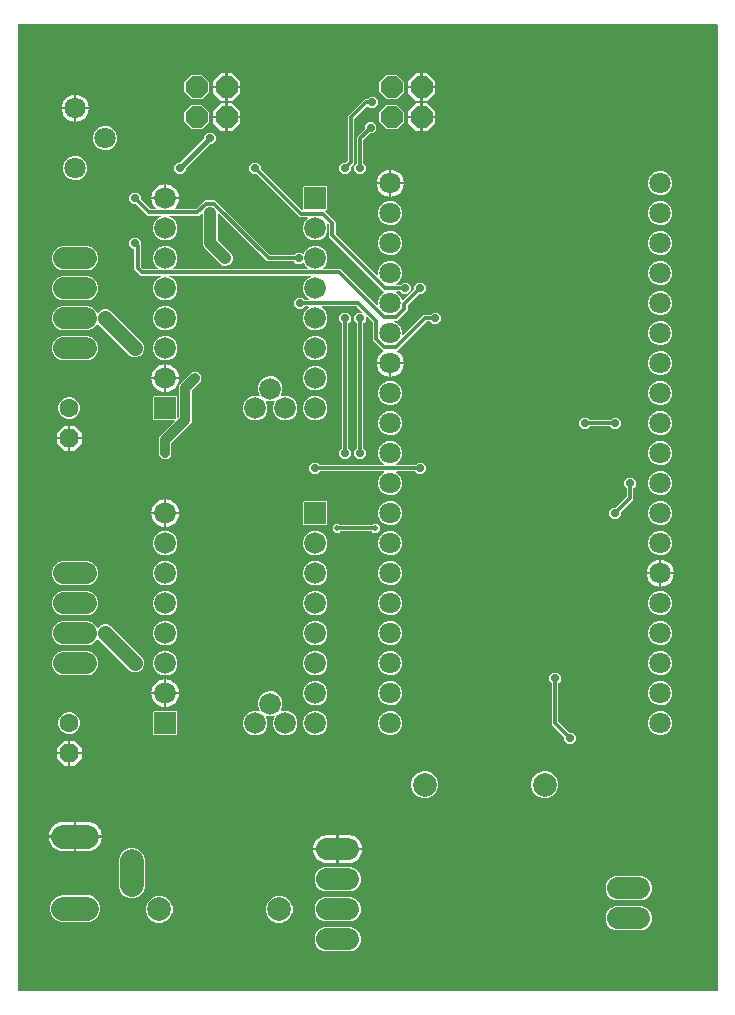
<source format=gbl>
G04 EAGLE Gerber RS-274X export*
G75*
%MOMM*%
%FSLAX34Y34*%
%LPD*%
%INBottom Copper*%
%IPPOS*%
%AMOC8*
5,1,8,0,0,1.08239X$1,22.5*%
G01*
%ADD10C,2.000000*%
%ADD11P,1.732040X8X292.500000*%
%ADD12C,1.600200*%
%ADD13C,2.011681*%
%ADD14P,1.979475X8X22.500000*%
%ADD15C,1.828800*%
%ADD16C,1.800000*%
%ADD17C,1.828800*%
%ADD18R,1.828800X1.828800*%
%ADD19C,0.702400*%
%ADD20C,0.304800*%
%ADD21C,1.016000*%
%ADD22C,0.406400*%
%ADD23C,0.812800*%
%ADD24C,0.502400*%
%ADD25C,1.270000*%

G36*
X594197Y2002D02*
X594197Y2002D01*
X594202Y2001D01*
X594295Y2022D01*
X594389Y2040D01*
X594393Y2043D01*
X594398Y2044D01*
X594476Y2100D01*
X594554Y2153D01*
X594557Y2157D01*
X594561Y2160D01*
X594612Y2242D01*
X594664Y2321D01*
X594664Y2326D01*
X594667Y2331D01*
X594699Y2508D01*
X594699Y819692D01*
X594699Y819695D01*
X594699Y819698D01*
X594699Y819700D01*
X594699Y819702D01*
X594678Y819795D01*
X594660Y819889D01*
X594657Y819893D01*
X594656Y819898D01*
X594600Y819976D01*
X594547Y820054D01*
X594543Y820057D01*
X594540Y820061D01*
X594458Y820112D01*
X594379Y820164D01*
X594374Y820164D01*
X594369Y820167D01*
X594192Y820199D01*
X2508Y820199D01*
X2503Y820198D01*
X2498Y820199D01*
X2405Y820178D01*
X2311Y820160D01*
X2307Y820157D01*
X2302Y820156D01*
X2224Y820100D01*
X2146Y820047D01*
X2143Y820043D01*
X2139Y820040D01*
X2088Y819958D01*
X2036Y819879D01*
X2036Y819874D01*
X2033Y819869D01*
X2001Y819692D01*
X2001Y2508D01*
X2002Y2503D01*
X2001Y2498D01*
X2022Y2405D01*
X2040Y2311D01*
X2043Y2307D01*
X2044Y2302D01*
X2100Y2224D01*
X2153Y2146D01*
X2157Y2143D01*
X2160Y2139D01*
X2242Y2088D01*
X2321Y2036D01*
X2326Y2036D01*
X2331Y2033D01*
X2508Y2001D01*
X594192Y2001D01*
X594197Y2002D01*
G37*
%LPC*%
G36*
X290119Y452417D02*
X290119Y452417D01*
X287317Y455219D01*
X287317Y459181D01*
X289157Y461021D01*
X289161Y461027D01*
X289167Y461032D01*
X289216Y461110D01*
X289268Y461187D01*
X289269Y461195D01*
X289273Y461202D01*
X289305Y461379D01*
X289305Y567321D01*
X289304Y567329D01*
X289305Y567336D01*
X289284Y567426D01*
X289266Y567517D01*
X289261Y567524D01*
X289259Y567531D01*
X289157Y567679D01*
X287317Y569519D01*
X287317Y573481D01*
X290119Y576283D01*
X293214Y576283D01*
X293216Y576283D01*
X293219Y576283D01*
X293314Y576303D01*
X293410Y576322D01*
X293412Y576324D01*
X293415Y576324D01*
X293496Y576380D01*
X293576Y576435D01*
X293577Y576437D01*
X293580Y576439D01*
X293633Y576522D01*
X293685Y576603D01*
X293686Y576606D01*
X293687Y576608D01*
X293703Y576704D01*
X293721Y576800D01*
X293720Y576803D01*
X293721Y576805D01*
X293699Y576899D01*
X293677Y576996D01*
X293676Y576998D01*
X293675Y577001D01*
X293572Y577149D01*
X289464Y581257D01*
X289458Y581261D01*
X289453Y581267D01*
X289374Y581316D01*
X289297Y581368D01*
X289290Y581369D01*
X289283Y581373D01*
X289106Y581405D01*
X259852Y581405D01*
X259850Y581405D01*
X259849Y581405D01*
X259752Y581385D01*
X259655Y581366D01*
X259654Y581365D01*
X259653Y581365D01*
X259571Y581309D01*
X259489Y581253D01*
X259489Y581252D01*
X259487Y581251D01*
X259433Y581166D01*
X259380Y581085D01*
X259380Y581084D01*
X259379Y581083D01*
X259362Y580985D01*
X259344Y580888D01*
X259345Y580886D01*
X259345Y580885D01*
X259366Y580791D01*
X259388Y580692D01*
X259389Y580691D01*
X259389Y580690D01*
X259446Y580610D01*
X259504Y580529D01*
X259505Y580528D01*
X259506Y580527D01*
X259658Y580429D01*
X259899Y580329D01*
X262829Y577399D01*
X264415Y573572D01*
X264415Y569428D01*
X262829Y565601D01*
X259899Y562671D01*
X259420Y562472D01*
X258196Y561965D01*
X256971Y561458D01*
X256072Y561085D01*
X251928Y561085D01*
X248101Y562671D01*
X245171Y565601D01*
X243585Y569428D01*
X243585Y573572D01*
X245171Y577399D01*
X248101Y580329D01*
X248342Y580429D01*
X248344Y580430D01*
X248345Y580430D01*
X248428Y580487D01*
X248509Y580541D01*
X248510Y580542D01*
X248511Y580543D01*
X248564Y580626D01*
X248619Y580709D01*
X248619Y580710D01*
X248620Y580711D01*
X248638Y580809D01*
X248656Y580906D01*
X248655Y580907D01*
X248656Y580908D01*
X248634Y581006D01*
X248613Y581102D01*
X248612Y581103D01*
X248612Y581104D01*
X248554Y581185D01*
X248498Y581266D01*
X248497Y581266D01*
X248496Y581267D01*
X248412Y581320D01*
X248328Y581372D01*
X248327Y581373D01*
X248326Y581373D01*
X248148Y581405D01*
X245479Y581405D01*
X245471Y581404D01*
X245464Y581405D01*
X245374Y581384D01*
X245283Y581366D01*
X245276Y581361D01*
X245268Y581359D01*
X245120Y581257D01*
X243281Y579417D01*
X239319Y579417D01*
X236517Y582219D01*
X236517Y586181D01*
X239319Y588983D01*
X243281Y588983D01*
X245120Y587143D01*
X245127Y587139D01*
X245132Y587133D01*
X245210Y587084D01*
X245287Y587032D01*
X245295Y587031D01*
X245302Y587027D01*
X245479Y586995D01*
X248148Y586995D01*
X248150Y586995D01*
X248151Y586995D01*
X248248Y587015D01*
X248345Y587034D01*
X248346Y587035D01*
X248347Y587035D01*
X248429Y587091D01*
X248511Y587147D01*
X248511Y587148D01*
X248513Y587149D01*
X248567Y587234D01*
X248620Y587315D01*
X248620Y587316D01*
X248621Y587317D01*
X248638Y587415D01*
X248656Y587512D01*
X248655Y587514D01*
X248655Y587515D01*
X248634Y587609D01*
X248612Y587708D01*
X248611Y587709D01*
X248611Y587710D01*
X248554Y587790D01*
X248496Y587871D01*
X248495Y587872D01*
X248494Y587873D01*
X248342Y587971D01*
X248101Y588071D01*
X245171Y591001D01*
X243585Y594828D01*
X243585Y598972D01*
X245171Y602799D01*
X248101Y605729D01*
X250182Y606591D01*
X250183Y606592D01*
X250185Y606592D01*
X250267Y606648D01*
X250349Y606703D01*
X250349Y606704D01*
X250350Y606705D01*
X250403Y606786D01*
X250459Y606871D01*
X250459Y606872D01*
X250460Y606873D01*
X250477Y606970D01*
X250495Y607068D01*
X250495Y607069D01*
X250495Y607070D01*
X250473Y607170D01*
X250453Y607264D01*
X250452Y607265D01*
X250452Y607266D01*
X250393Y607348D01*
X250337Y607428D01*
X250336Y607428D01*
X250336Y607429D01*
X250251Y607482D01*
X250168Y607534D01*
X250166Y607535D01*
X250165Y607535D01*
X249988Y607567D01*
X131012Y607567D01*
X131011Y607567D01*
X131009Y607567D01*
X130914Y607548D01*
X130815Y607528D01*
X130814Y607527D01*
X130813Y607527D01*
X130731Y607470D01*
X130650Y607415D01*
X130649Y607414D01*
X130648Y607413D01*
X130593Y607328D01*
X130540Y607247D01*
X130540Y607246D01*
X130539Y607245D01*
X130522Y607146D01*
X130505Y607050D01*
X130505Y607048D01*
X130505Y607047D01*
X130527Y606951D01*
X130548Y606854D01*
X130549Y606853D01*
X130549Y606852D01*
X130607Y606771D01*
X130664Y606691D01*
X130666Y606690D01*
X130666Y606689D01*
X130818Y606591D01*
X132899Y605729D01*
X135829Y602799D01*
X137415Y598972D01*
X137415Y594828D01*
X135829Y591001D01*
X132899Y588071D01*
X132330Y587835D01*
X131105Y587328D01*
X129881Y586820D01*
X129072Y586485D01*
X124928Y586485D01*
X121101Y588071D01*
X118171Y591001D01*
X116585Y594828D01*
X116585Y598972D01*
X118171Y602799D01*
X121101Y605729D01*
X123182Y606591D01*
X123183Y606592D01*
X123185Y606592D01*
X123267Y606648D01*
X123349Y606703D01*
X123349Y606704D01*
X123350Y606705D01*
X123403Y606786D01*
X123459Y606871D01*
X123459Y606872D01*
X123460Y606873D01*
X123477Y606970D01*
X123495Y607068D01*
X123495Y607069D01*
X123495Y607070D01*
X123473Y607170D01*
X123453Y607264D01*
X123452Y607265D01*
X123452Y607266D01*
X123393Y607348D01*
X123337Y607428D01*
X123336Y607428D01*
X123336Y607429D01*
X123251Y607482D01*
X123168Y607534D01*
X123166Y607535D01*
X123165Y607535D01*
X122988Y607567D01*
X106184Y607567D01*
X100837Y612914D01*
X100837Y629710D01*
X100836Y629715D01*
X100837Y629720D01*
X100816Y629813D01*
X100798Y629907D01*
X100795Y629911D01*
X100794Y629916D01*
X100738Y629994D01*
X100685Y630072D01*
X100681Y630075D01*
X100678Y630079D01*
X100596Y630130D01*
X100517Y630182D01*
X100512Y630182D01*
X100507Y630185D01*
X100330Y630217D01*
X99619Y630217D01*
X96817Y633019D01*
X96817Y636981D01*
X99619Y639783D01*
X103581Y639783D01*
X106383Y636981D01*
X106383Y634380D01*
X106384Y634372D01*
X106383Y634364D01*
X106404Y634274D01*
X106422Y634183D01*
X106427Y634177D01*
X106427Y615439D01*
X106428Y615431D01*
X106427Y615423D01*
X106448Y615334D01*
X106466Y615242D01*
X106471Y615236D01*
X106473Y615228D01*
X106575Y615080D01*
X108350Y613305D01*
X108357Y613301D01*
X108361Y613295D01*
X108440Y613246D01*
X108517Y613194D01*
X108525Y613193D01*
X108532Y613189D01*
X108709Y613157D01*
X120190Y613157D01*
X120193Y613157D01*
X120195Y613157D01*
X120290Y613177D01*
X120387Y613196D01*
X120389Y613198D01*
X120391Y613198D01*
X120472Y613254D01*
X120552Y613309D01*
X120554Y613311D01*
X120556Y613313D01*
X120609Y613396D01*
X120662Y613477D01*
X120662Y613480D01*
X120663Y613482D01*
X120680Y613578D01*
X120697Y613674D01*
X120697Y613677D01*
X120697Y613679D01*
X120675Y613774D01*
X120654Y613870D01*
X120652Y613872D01*
X120651Y613875D01*
X120549Y614023D01*
X118171Y616401D01*
X116585Y620228D01*
X116585Y624372D01*
X118171Y628199D01*
X121101Y631129D01*
X122086Y631538D01*
X122087Y631538D01*
X123311Y632045D01*
X124536Y632552D01*
X124928Y632715D01*
X129072Y632715D01*
X132899Y631129D01*
X135829Y628199D01*
X137415Y624372D01*
X137415Y620228D01*
X135829Y616401D01*
X133451Y614023D01*
X133450Y614020D01*
X133448Y614019D01*
X133395Y613938D01*
X133340Y613856D01*
X133340Y613853D01*
X133338Y613851D01*
X133321Y613755D01*
X133303Y613659D01*
X133303Y613656D01*
X133303Y613654D01*
X133324Y613557D01*
X133344Y613463D01*
X133346Y613461D01*
X133346Y613458D01*
X133403Y613378D01*
X133459Y613298D01*
X133461Y613297D01*
X133462Y613295D01*
X133545Y613243D01*
X133628Y613191D01*
X133630Y613190D01*
X133633Y613189D01*
X133810Y613157D01*
X247190Y613157D01*
X247193Y613157D01*
X247195Y613157D01*
X247290Y613177D01*
X247387Y613196D01*
X247389Y613198D01*
X247391Y613198D01*
X247472Y613254D01*
X247552Y613309D01*
X247554Y613311D01*
X247556Y613313D01*
X247609Y613396D01*
X247662Y613477D01*
X247662Y613480D01*
X247663Y613482D01*
X247680Y613578D01*
X247697Y613674D01*
X247697Y613677D01*
X247697Y613679D01*
X247675Y613774D01*
X247654Y613870D01*
X247652Y613872D01*
X247651Y613875D01*
X247549Y614023D01*
X245171Y616401D01*
X244222Y618692D01*
X244219Y618695D01*
X244219Y618699D01*
X244163Y618779D01*
X244110Y618858D01*
X244107Y618861D01*
X244104Y618864D01*
X244023Y618916D01*
X243942Y618968D01*
X243939Y618969D01*
X243935Y618971D01*
X243840Y618987D01*
X243745Y619005D01*
X243741Y619004D01*
X243738Y619005D01*
X243644Y618983D01*
X243549Y618962D01*
X243546Y618960D01*
X243542Y618959D01*
X243394Y618857D01*
X242055Y617517D01*
X238093Y617517D01*
X236253Y619357D01*
X236247Y619361D01*
X236242Y619367D01*
X236164Y619416D01*
X236087Y619468D01*
X236079Y619469D01*
X236072Y619473D01*
X235895Y619505D01*
X213537Y619505D01*
X172317Y660726D01*
X172314Y660727D01*
X172313Y660729D01*
X172232Y660782D01*
X172150Y660837D01*
X172147Y660837D01*
X172145Y660839D01*
X172049Y660856D01*
X171953Y660874D01*
X171950Y660874D01*
X171948Y660874D01*
X171851Y660853D01*
X171757Y660833D01*
X171755Y660831D01*
X171752Y660831D01*
X171672Y660774D01*
X171592Y660718D01*
X171591Y660716D01*
X171589Y660715D01*
X171537Y660632D01*
X171485Y660549D01*
X171484Y660547D01*
X171483Y660544D01*
X171451Y660367D01*
X171451Y637841D01*
X171452Y637833D01*
X171451Y637825D01*
X171472Y637735D01*
X171490Y637644D01*
X171495Y637638D01*
X171497Y637630D01*
X171599Y637482D01*
X183184Y625897D01*
X184151Y623563D01*
X184151Y621037D01*
X183184Y618703D01*
X181397Y616916D01*
X180992Y616748D01*
X179767Y616241D01*
X179063Y615949D01*
X176537Y615949D01*
X174203Y616916D01*
X159716Y631403D01*
X158749Y633737D01*
X158749Y660367D01*
X158749Y660370D01*
X158749Y660372D01*
X158729Y660467D01*
X158710Y660564D01*
X158708Y660566D01*
X158708Y660568D01*
X158652Y660649D01*
X158597Y660729D01*
X158595Y660731D01*
X158593Y660733D01*
X158510Y660786D01*
X158429Y660839D01*
X158426Y660839D01*
X158424Y660841D01*
X158328Y660857D01*
X158232Y660874D01*
X158229Y660874D01*
X158227Y660874D01*
X158133Y660852D01*
X158036Y660831D01*
X158034Y660829D01*
X158031Y660829D01*
X157883Y660726D01*
X155525Y658367D01*
X131012Y658367D01*
X131011Y658367D01*
X131009Y658367D01*
X130914Y658348D01*
X130816Y658328D01*
X130814Y658327D01*
X130813Y658327D01*
X130733Y658271D01*
X130650Y658215D01*
X130649Y658214D01*
X130648Y658213D01*
X130593Y658128D01*
X130540Y658047D01*
X130540Y658046D01*
X130540Y658045D01*
X130522Y657946D01*
X130505Y657850D01*
X130505Y657848D01*
X130505Y657847D01*
X130527Y657751D01*
X130548Y657654D01*
X130549Y657653D01*
X130550Y657652D01*
X130607Y657571D01*
X130664Y657491D01*
X130666Y657490D01*
X130666Y657489D01*
X130818Y657391D01*
X132899Y656529D01*
X135829Y653599D01*
X137415Y649772D01*
X137415Y645628D01*
X135829Y641801D01*
X132899Y638871D01*
X132149Y638560D01*
X130924Y638053D01*
X129700Y637545D01*
X129699Y637545D01*
X129072Y637285D01*
X124928Y637285D01*
X121101Y638871D01*
X118171Y641801D01*
X116585Y645628D01*
X116585Y649772D01*
X118171Y653599D01*
X121101Y656529D01*
X121996Y656900D01*
X123182Y657391D01*
X123183Y657392D01*
X123184Y657392D01*
X123267Y657449D01*
X123348Y657503D01*
X123349Y657504D01*
X123350Y657505D01*
X123403Y657586D01*
X123459Y657671D01*
X123459Y657672D01*
X123460Y657673D01*
X123477Y657770D01*
X123495Y657868D01*
X123495Y657869D01*
X123495Y657870D01*
X123473Y657969D01*
X123453Y658064D01*
X123452Y658065D01*
X123452Y658066D01*
X123393Y658148D01*
X123337Y658228D01*
X123336Y658228D01*
X123336Y658229D01*
X123251Y658282D01*
X123168Y658334D01*
X123166Y658335D01*
X123165Y658335D01*
X122988Y658367D01*
X112380Y658367D01*
X102579Y668169D01*
X102572Y668173D01*
X102568Y668179D01*
X102489Y668228D01*
X102412Y668280D01*
X102404Y668281D01*
X102398Y668285D01*
X102220Y668317D01*
X99619Y668317D01*
X96817Y671119D01*
X96817Y675081D01*
X99619Y677883D01*
X103581Y677883D01*
X106383Y675081D01*
X106383Y672480D01*
X106384Y672472D01*
X106383Y672464D01*
X106404Y672374D01*
X106422Y672283D01*
X106427Y672277D01*
X106429Y672269D01*
X106531Y672121D01*
X114547Y664105D01*
X114551Y664103D01*
X114553Y664100D01*
X114556Y664098D01*
X114558Y664095D01*
X114637Y664046D01*
X114714Y663994D01*
X114722Y663993D01*
X114728Y663989D01*
X114906Y663957D01*
X118394Y663957D01*
X118397Y663957D01*
X118399Y663957D01*
X118494Y663977D01*
X118590Y663996D01*
X118593Y663998D01*
X118595Y663998D01*
X118676Y664054D01*
X118756Y664109D01*
X118758Y664111D01*
X118760Y664113D01*
X118813Y664196D01*
X118866Y664277D01*
X118866Y664280D01*
X118867Y664282D01*
X118884Y664378D01*
X118901Y664474D01*
X118901Y664477D01*
X118901Y664479D01*
X118879Y664574D01*
X118858Y664670D01*
X118856Y664672D01*
X118855Y664675D01*
X118753Y664823D01*
X118087Y665488D01*
X117006Y666976D01*
X116171Y668615D01*
X115603Y670364D01*
X115330Y672085D01*
X126492Y672085D01*
X126497Y672086D01*
X126502Y672085D01*
X126595Y672106D01*
X126688Y672124D01*
X126693Y672127D01*
X126698Y672128D01*
X126776Y672184D01*
X126854Y672237D01*
X126857Y672241D01*
X126861Y672244D01*
X126912Y672326D01*
X126963Y672405D01*
X126964Y672410D01*
X126967Y672415D01*
X126999Y672592D01*
X126999Y673101D01*
X127001Y673101D01*
X127001Y672592D01*
X127002Y672587D01*
X127001Y672582D01*
X127022Y672489D01*
X127040Y672396D01*
X127043Y672391D01*
X127045Y672386D01*
X127100Y672308D01*
X127153Y672230D01*
X127158Y672227D01*
X127161Y672223D01*
X127242Y672172D01*
X127321Y672120D01*
X127326Y672120D01*
X127331Y672117D01*
X127508Y672085D01*
X138670Y672085D01*
X138397Y670364D01*
X137829Y668615D01*
X136994Y666976D01*
X135913Y665488D01*
X135247Y664823D01*
X135246Y664820D01*
X135244Y664819D01*
X135191Y664738D01*
X135136Y664656D01*
X135136Y664653D01*
X135134Y664651D01*
X135117Y664555D01*
X135099Y664459D01*
X135099Y664456D01*
X135099Y664454D01*
X135120Y664357D01*
X135140Y664263D01*
X135142Y664261D01*
X135142Y664258D01*
X135199Y664178D01*
X135255Y664098D01*
X135257Y664097D01*
X135258Y664095D01*
X135342Y664043D01*
X135424Y663991D01*
X135426Y663990D01*
X135429Y663989D01*
X135606Y663957D01*
X153000Y663957D01*
X153007Y663958D01*
X153015Y663957D01*
X153105Y663978D01*
X153196Y663996D01*
X153203Y664001D01*
X153210Y664003D01*
X153358Y664105D01*
X160576Y671323D01*
X169624Y671323D01*
X215704Y625243D01*
X215710Y625239D01*
X215715Y625233D01*
X215794Y625184D01*
X215871Y625132D01*
X215878Y625131D01*
X215885Y625127D01*
X216062Y625095D01*
X235895Y625095D01*
X235903Y625096D01*
X235910Y625095D01*
X236000Y625116D01*
X236091Y625134D01*
X236098Y625139D01*
X236105Y625141D01*
X236253Y625243D01*
X238093Y627083D01*
X242055Y627083D01*
X243394Y625743D01*
X243398Y625741D01*
X243400Y625738D01*
X243481Y625686D01*
X243561Y625633D01*
X243565Y625632D01*
X243569Y625630D01*
X243664Y625613D01*
X243758Y625595D01*
X243762Y625596D01*
X243766Y625595D01*
X243861Y625617D01*
X243954Y625637D01*
X243958Y625639D01*
X243961Y625640D01*
X244040Y625696D01*
X244119Y625751D01*
X244121Y625754D01*
X244124Y625756D01*
X244222Y625908D01*
X245171Y628199D01*
X248101Y631129D01*
X249086Y631538D01*
X249087Y631538D01*
X250311Y632045D01*
X251536Y632552D01*
X251928Y632715D01*
X256072Y632715D01*
X259899Y631129D01*
X262829Y628199D01*
X264415Y624372D01*
X264415Y620228D01*
X262829Y616401D01*
X260451Y614023D01*
X260450Y614020D01*
X260448Y614019D01*
X260395Y613938D01*
X260340Y613856D01*
X260340Y613853D01*
X260338Y613851D01*
X260321Y613755D01*
X260303Y613659D01*
X260303Y613656D01*
X260303Y613654D01*
X260324Y613557D01*
X260344Y613463D01*
X260346Y613461D01*
X260346Y613458D01*
X260403Y613378D01*
X260459Y613298D01*
X260461Y613297D01*
X260462Y613295D01*
X260545Y613243D01*
X260628Y613191D01*
X260630Y613190D01*
X260633Y613189D01*
X260810Y613157D01*
X275613Y613157D01*
X277398Y611371D01*
X306363Y582406D01*
X306366Y582405D01*
X306367Y582402D01*
X306448Y582350D01*
X306530Y582295D01*
X306533Y582295D01*
X306535Y582293D01*
X306631Y582276D01*
X306727Y582258D01*
X306730Y582258D01*
X306732Y582258D01*
X306829Y582279D01*
X306923Y582299D01*
X306925Y582301D01*
X306928Y582301D01*
X307008Y582358D01*
X307088Y582413D01*
X307089Y582416D01*
X307091Y582417D01*
X307143Y582500D01*
X307195Y582583D01*
X307196Y582585D01*
X307197Y582587D01*
X307229Y582765D01*
X307229Y586243D01*
X308793Y590018D01*
X311682Y592907D01*
X311874Y592987D01*
X312219Y593129D01*
X312220Y593130D01*
X312221Y593130D01*
X312301Y593185D01*
X312385Y593241D01*
X312386Y593242D01*
X312387Y593243D01*
X312439Y593323D01*
X312495Y593409D01*
X312495Y593410D01*
X312496Y593411D01*
X312514Y593508D01*
X312532Y593606D01*
X312532Y593607D01*
X312532Y593608D01*
X312510Y593708D01*
X312489Y593802D01*
X312488Y593803D01*
X312488Y593804D01*
X312431Y593884D01*
X312374Y593966D01*
X312373Y593966D01*
X312372Y593967D01*
X312290Y594019D01*
X312204Y594072D01*
X312203Y594073D01*
X312202Y594073D01*
X312189Y594076D01*
X265683Y640581D01*
X265683Y650751D01*
X265682Y650759D01*
X265683Y650767D01*
X265662Y650856D01*
X265644Y650948D01*
X265639Y650954D01*
X265637Y650962D01*
X265535Y651110D01*
X264480Y652165D01*
X264479Y652166D01*
X264478Y652167D01*
X264397Y652220D01*
X264313Y652276D01*
X264311Y652276D01*
X264310Y652277D01*
X264213Y652295D01*
X264116Y652313D01*
X264115Y652313D01*
X264113Y652313D01*
X264016Y652292D01*
X263920Y652272D01*
X263919Y652271D01*
X263917Y652271D01*
X263837Y652214D01*
X263755Y652157D01*
X263754Y652156D01*
X263753Y652156D01*
X263701Y652072D01*
X263648Y651988D01*
X263647Y651987D01*
X263647Y651986D01*
X263630Y651885D01*
X263614Y651791D01*
X263614Y651789D01*
X263614Y651788D01*
X263652Y651612D01*
X264415Y649772D01*
X264415Y645628D01*
X262829Y641801D01*
X259899Y638871D01*
X259149Y638560D01*
X257924Y638053D01*
X256700Y637545D01*
X256699Y637545D01*
X256072Y637285D01*
X251928Y637285D01*
X248101Y638871D01*
X245171Y641801D01*
X243585Y645628D01*
X243585Y649772D01*
X245171Y653599D01*
X247549Y655977D01*
X247550Y655980D01*
X247552Y655981D01*
X247605Y656062D01*
X247660Y656144D01*
X247660Y656147D01*
X247662Y656149D01*
X247679Y656245D01*
X247697Y656341D01*
X247697Y656344D01*
X247697Y656346D01*
X247676Y656443D01*
X247656Y656537D01*
X247654Y656539D01*
X247654Y656542D01*
X247597Y656622D01*
X247541Y656702D01*
X247539Y656703D01*
X247538Y656705D01*
X247455Y656757D01*
X247372Y656809D01*
X247370Y656810D01*
X247367Y656811D01*
X247190Y656843D01*
X240904Y656843D01*
X204179Y693569D01*
X204172Y693573D01*
X204168Y693579D01*
X204089Y693628D01*
X204012Y693680D01*
X204004Y693681D01*
X203998Y693685D01*
X203820Y693717D01*
X201219Y693717D01*
X198417Y696519D01*
X198417Y700481D01*
X201219Y703283D01*
X205181Y703283D01*
X207983Y700481D01*
X207983Y697880D01*
X207984Y697872D01*
X207983Y697864D01*
X208004Y697774D01*
X208022Y697683D01*
X208027Y697677D01*
X208029Y697669D01*
X208131Y697521D01*
X242719Y662933D01*
X242722Y662932D01*
X242723Y662929D01*
X242804Y662877D01*
X242886Y662822D01*
X242889Y662822D01*
X242891Y662820D01*
X242987Y662803D01*
X243083Y662784D01*
X243086Y662785D01*
X243088Y662785D01*
X243185Y662806D01*
X243279Y662826D01*
X243281Y662828D01*
X243284Y662828D01*
X243364Y662885D01*
X243444Y662940D01*
X243445Y662943D01*
X243447Y662944D01*
X243499Y663027D01*
X243551Y663110D01*
X243552Y663112D01*
X243553Y663114D01*
X243585Y663292D01*
X243585Y682770D01*
X244330Y683515D01*
X263670Y683515D01*
X264415Y682770D01*
X264415Y663430D01*
X263670Y662685D01*
X263089Y662685D01*
X263086Y662685D01*
X263083Y662685D01*
X262988Y662665D01*
X262892Y662646D01*
X262890Y662644D01*
X262887Y662644D01*
X262807Y662588D01*
X262726Y662533D01*
X262725Y662531D01*
X262723Y662529D01*
X262669Y662446D01*
X262617Y662365D01*
X262617Y662362D01*
X262615Y662360D01*
X262599Y662264D01*
X262581Y662168D01*
X262582Y662165D01*
X262582Y662163D01*
X262604Y662068D01*
X262625Y661972D01*
X262627Y661970D01*
X262627Y661967D01*
X262730Y661819D01*
X263902Y660647D01*
X271273Y653276D01*
X271273Y643107D01*
X271274Y643099D01*
X271273Y643091D01*
X271294Y643001D01*
X271312Y642910D01*
X271317Y642904D01*
X271319Y642896D01*
X271421Y642748D01*
X306363Y607806D01*
X306366Y607805D01*
X306367Y607802D01*
X306448Y607750D01*
X306530Y607695D01*
X306533Y607695D01*
X306535Y607693D01*
X306631Y607676D01*
X306727Y607658D01*
X306730Y607658D01*
X306732Y607658D01*
X306829Y607679D01*
X306923Y607699D01*
X306925Y607701D01*
X306928Y607701D01*
X307008Y607758D01*
X307088Y607813D01*
X307089Y607816D01*
X307091Y607817D01*
X307143Y607900D01*
X307195Y607983D01*
X307196Y607985D01*
X307197Y607987D01*
X307229Y608165D01*
X307229Y611643D01*
X308793Y615418D01*
X311682Y618307D01*
X311783Y618349D01*
X313008Y618856D01*
X314233Y619364D01*
X315457Y619871D01*
X319543Y619871D01*
X323318Y618307D01*
X326207Y615418D01*
X327771Y611643D01*
X327771Y607557D01*
X326207Y603782D01*
X323318Y600893D01*
X322781Y600671D01*
X322780Y600670D01*
X322779Y600670D01*
X322699Y600615D01*
X322615Y600559D01*
X322614Y600558D01*
X322613Y600557D01*
X322561Y600477D01*
X322505Y600391D01*
X322505Y600390D01*
X322504Y600389D01*
X322486Y600292D01*
X322468Y600194D01*
X322468Y600193D01*
X322468Y600192D01*
X322490Y600092D01*
X322511Y599998D01*
X322512Y599997D01*
X322512Y599996D01*
X322569Y599916D01*
X322626Y599834D01*
X322627Y599834D01*
X322628Y599833D01*
X322710Y599781D01*
X322796Y599728D01*
X322797Y599727D01*
X322798Y599727D01*
X322975Y599695D01*
X326021Y599695D01*
X326029Y599696D01*
X326036Y599695D01*
X326126Y599716D01*
X326217Y599734D01*
X326224Y599739D01*
X326232Y599741D01*
X326380Y599843D01*
X328219Y601683D01*
X332181Y601683D01*
X334983Y598881D01*
X334983Y594919D01*
X332181Y592117D01*
X328219Y592117D01*
X326380Y593957D01*
X326373Y593961D01*
X326368Y593967D01*
X326290Y594016D01*
X326213Y594068D01*
X326205Y594069D01*
X326198Y594073D01*
X326021Y594105D01*
X322975Y594105D01*
X322974Y594105D01*
X322973Y594105D01*
X322877Y594085D01*
X322779Y594066D01*
X322778Y594065D01*
X322776Y594065D01*
X322694Y594008D01*
X322613Y593953D01*
X322612Y593952D01*
X322611Y593951D01*
X322556Y593866D01*
X322504Y593785D01*
X322504Y593784D01*
X322503Y593783D01*
X322486Y593684D01*
X322468Y593588D01*
X322468Y593586D01*
X322468Y593585D01*
X322490Y593489D01*
X322512Y593392D01*
X322513Y593391D01*
X322513Y593390D01*
X322570Y593310D01*
X322628Y593229D01*
X322629Y593228D01*
X322630Y593227D01*
X322781Y593129D01*
X323318Y592907D01*
X326207Y590018D01*
X327633Y586577D01*
X327635Y586573D01*
X327636Y586570D01*
X327691Y586490D01*
X327744Y586410D01*
X327748Y586408D01*
X327750Y586405D01*
X327831Y586353D01*
X327912Y586300D01*
X327916Y586300D01*
X327919Y586297D01*
X328014Y586281D01*
X328109Y586264D01*
X328113Y586264D01*
X328117Y586264D01*
X328210Y586286D01*
X328305Y586306D01*
X328308Y586308D01*
X328312Y586309D01*
X328460Y586412D01*
X337969Y595921D01*
X337973Y595928D01*
X337979Y595932D01*
X338028Y596011D01*
X338080Y596088D01*
X338081Y596096D01*
X338085Y596102D01*
X338117Y596280D01*
X338117Y598881D01*
X340919Y601683D01*
X344881Y601683D01*
X347683Y598881D01*
X347683Y594919D01*
X344881Y592117D01*
X342280Y592117D01*
X342272Y592116D01*
X342264Y592117D01*
X342174Y592096D01*
X342083Y592078D01*
X342077Y592073D01*
X342069Y592071D01*
X341921Y591969D01*
X332381Y582429D01*
X332377Y582422D01*
X332371Y582418D01*
X332322Y582339D01*
X332270Y582262D01*
X332269Y582254D01*
X332265Y582248D01*
X332233Y582070D01*
X332233Y578097D01*
X323603Y569467D01*
X321136Y569467D01*
X321134Y569467D01*
X321133Y569467D01*
X321038Y569448D01*
X320939Y569428D01*
X320938Y569427D01*
X320937Y569427D01*
X320856Y569371D01*
X320773Y569315D01*
X320773Y569314D01*
X320772Y569313D01*
X320717Y569228D01*
X320664Y569147D01*
X320664Y569146D01*
X320663Y569145D01*
X320646Y569046D01*
X320629Y568950D01*
X320629Y568948D01*
X320629Y568947D01*
X320651Y568851D01*
X320672Y568754D01*
X320673Y568753D01*
X320673Y568752D01*
X320731Y568671D01*
X320788Y568591D01*
X320789Y568590D01*
X320790Y568589D01*
X320942Y568491D01*
X323318Y567507D01*
X326207Y564618D01*
X327771Y560843D01*
X327771Y557365D01*
X327771Y557362D01*
X327771Y557360D01*
X327791Y557265D01*
X327810Y557168D01*
X327812Y557166D01*
X327812Y557163D01*
X327868Y557083D01*
X327923Y557002D01*
X327925Y557001D01*
X327927Y556999D01*
X328010Y556946D01*
X328091Y556893D01*
X328094Y556893D01*
X328096Y556891D01*
X328192Y556875D01*
X328288Y556858D01*
X328291Y556858D01*
X328293Y556858D01*
X328387Y556880D01*
X328484Y556901D01*
X328486Y556903D01*
X328489Y556903D01*
X328637Y557006D01*
X345925Y574295D01*
X351421Y574295D01*
X351429Y574296D01*
X351436Y574295D01*
X351526Y574316D01*
X351617Y574334D01*
X351624Y574339D01*
X351632Y574341D01*
X351780Y574443D01*
X353619Y576283D01*
X357581Y576283D01*
X360383Y573481D01*
X360383Y569519D01*
X357581Y566717D01*
X353619Y566717D01*
X351780Y568557D01*
X351773Y568561D01*
X351768Y568567D01*
X351690Y568616D01*
X351613Y568668D01*
X351605Y568669D01*
X351598Y568673D01*
X351421Y568705D01*
X348451Y568705D01*
X348443Y568704D01*
X348435Y568705D01*
X348345Y568684D01*
X348254Y568666D01*
X348248Y568661D01*
X348240Y568659D01*
X348092Y568557D01*
X323538Y544003D01*
X323513Y543965D01*
X323481Y543934D01*
X323458Y543883D01*
X323427Y543836D01*
X323419Y543792D01*
X323401Y543750D01*
X323400Y543694D01*
X323390Y543639D01*
X323399Y543595D01*
X323399Y543550D01*
X323420Y543498D01*
X323431Y543443D01*
X323457Y543406D01*
X323474Y543364D01*
X323518Y543319D01*
X323546Y543278D01*
X323573Y543261D01*
X323599Y543234D01*
X325018Y542203D01*
X326303Y540918D01*
X327371Y539449D01*
X328195Y537830D01*
X328757Y536102D01*
X329024Y534415D01*
X318008Y534415D01*
X318003Y534414D01*
X317998Y534415D01*
X317905Y534394D01*
X317812Y534376D01*
X317807Y534373D01*
X317802Y534372D01*
X317724Y534316D01*
X317646Y534263D01*
X317643Y534259D01*
X317639Y534256D01*
X317588Y534174D01*
X317537Y534095D01*
X317536Y534090D01*
X317533Y534085D01*
X317501Y533908D01*
X317501Y533399D01*
X317499Y533399D01*
X317499Y533908D01*
X317498Y533913D01*
X317499Y533918D01*
X317478Y534011D01*
X317460Y534104D01*
X317457Y534109D01*
X317455Y534114D01*
X317400Y534192D01*
X317347Y534270D01*
X317342Y534273D01*
X317339Y534277D01*
X317258Y534328D01*
X317179Y534379D01*
X317174Y534380D01*
X317169Y534383D01*
X316992Y534415D01*
X305976Y534415D01*
X306243Y536102D01*
X306805Y537830D01*
X307629Y539449D01*
X308697Y540918D01*
X309982Y542203D01*
X311401Y543234D01*
X311432Y543267D01*
X311469Y543293D01*
X311499Y543340D01*
X311537Y543382D01*
X311552Y543424D01*
X311576Y543462D01*
X311586Y543517D01*
X311605Y543570D01*
X311602Y543615D01*
X311610Y543660D01*
X311597Y543714D01*
X311594Y543770D01*
X311575Y543811D01*
X311564Y543855D01*
X311528Y543907D01*
X311507Y543951D01*
X311483Y543972D01*
X311462Y544003D01*
X309612Y545853D01*
X304553Y550912D01*
X302767Y552697D01*
X302767Y567744D01*
X302766Y567751D01*
X302767Y567759D01*
X302746Y567849D01*
X302728Y567940D01*
X302723Y567947D01*
X302721Y567954D01*
X302619Y568102D01*
X297749Y572972D01*
X297746Y572974D01*
X297745Y572976D01*
X297664Y573028D01*
X297582Y573083D01*
X297579Y573084D01*
X297577Y573085D01*
X297481Y573103D01*
X297385Y573121D01*
X297382Y573120D01*
X297380Y573121D01*
X297283Y573099D01*
X297189Y573079D01*
X297187Y573078D01*
X297184Y573077D01*
X297104Y573021D01*
X297024Y572965D01*
X297023Y572963D01*
X297021Y572961D01*
X296969Y572878D01*
X296917Y572796D01*
X296916Y572793D01*
X296915Y572791D01*
X296883Y572614D01*
X296883Y569519D01*
X295043Y567679D01*
X295039Y567673D01*
X295033Y567668D01*
X294984Y567590D01*
X294932Y567513D01*
X294931Y567505D01*
X294927Y567498D01*
X294895Y567321D01*
X294895Y461379D01*
X294896Y461371D01*
X294895Y461364D01*
X294916Y461274D01*
X294934Y461183D01*
X294939Y461176D01*
X294941Y461169D01*
X295043Y461021D01*
X296883Y459181D01*
X296883Y455219D01*
X294081Y452417D01*
X290119Y452417D01*
G37*
%LPD*%
%LPC*%
G36*
X100084Y271779D02*
X100084Y271779D01*
X97283Y272939D01*
X70057Y300166D01*
X70053Y300168D01*
X70051Y300172D01*
X69970Y300224D01*
X69890Y300277D01*
X69886Y300278D01*
X69882Y300280D01*
X69787Y300297D01*
X69693Y300315D01*
X69689Y300314D01*
X69685Y300315D01*
X69590Y300293D01*
X69497Y300273D01*
X69493Y300271D01*
X69490Y300270D01*
X69411Y300214D01*
X69332Y300159D01*
X69330Y300155D01*
X69327Y300153D01*
X69229Y300002D01*
X68773Y298901D01*
X65843Y295971D01*
X65090Y295659D01*
X63866Y295152D01*
X62641Y294644D01*
X62016Y294385D01*
X39584Y294385D01*
X35757Y295971D01*
X32827Y298901D01*
X31241Y302728D01*
X31241Y306872D01*
X32827Y310699D01*
X35757Y313629D01*
X36649Y313999D01*
X36650Y313999D01*
X37874Y314506D01*
X39099Y315014D01*
X39584Y315215D01*
X62016Y315215D01*
X65843Y313629D01*
X68773Y310699D01*
X69229Y309598D01*
X69231Y309595D01*
X69232Y309591D01*
X69288Y309512D01*
X69341Y309432D01*
X69344Y309430D01*
X69347Y309427D01*
X69428Y309375D01*
X69509Y309322D01*
X69512Y309321D01*
X69516Y309319D01*
X69611Y309303D01*
X69706Y309285D01*
X69709Y309286D01*
X69713Y309286D01*
X69807Y309307D01*
X69901Y309328D01*
X69905Y309330D01*
X69909Y309331D01*
X70057Y309434D01*
X71883Y311261D01*
X72371Y311463D01*
X72372Y311463D01*
X73596Y311970D01*
X74684Y312421D01*
X77716Y312421D01*
X80517Y311261D01*
X108061Y283717D01*
X109221Y280916D01*
X109221Y277884D01*
X108061Y275083D01*
X105917Y272939D01*
X105659Y272833D01*
X104434Y272325D01*
X103210Y271818D01*
X103116Y271779D01*
X100084Y271779D01*
G37*
%LPD*%
%LPC*%
G36*
X100084Y538479D02*
X100084Y538479D01*
X97283Y539639D01*
X70057Y566866D01*
X70053Y566868D01*
X70051Y566872D01*
X69970Y566924D01*
X69890Y566977D01*
X69886Y566978D01*
X69882Y566980D01*
X69787Y566997D01*
X69693Y567015D01*
X69689Y567014D01*
X69685Y567015D01*
X69590Y566993D01*
X69497Y566973D01*
X69493Y566971D01*
X69490Y566970D01*
X69411Y566914D01*
X69332Y566859D01*
X69330Y566855D01*
X69327Y566853D01*
X69229Y566702D01*
X68773Y565601D01*
X65843Y562671D01*
X65364Y562472D01*
X64140Y561965D01*
X62915Y561458D01*
X62016Y561085D01*
X39584Y561085D01*
X35757Y562671D01*
X32827Y565601D01*
X31241Y569428D01*
X31241Y573572D01*
X32827Y577399D01*
X35757Y580329D01*
X36923Y580813D01*
X36924Y580813D01*
X38148Y581320D01*
X39373Y581827D01*
X39584Y581915D01*
X62016Y581915D01*
X65843Y580329D01*
X68773Y577399D01*
X69229Y576298D01*
X69231Y576295D01*
X69232Y576291D01*
X69288Y576212D01*
X69341Y576132D01*
X69344Y576130D01*
X69347Y576127D01*
X69428Y576075D01*
X69509Y576022D01*
X69512Y576021D01*
X69516Y576019D01*
X69610Y576003D01*
X69706Y575985D01*
X69709Y575986D01*
X69713Y575986D01*
X69808Y576008D01*
X69901Y576028D01*
X69905Y576030D01*
X69909Y576031D01*
X70057Y576134D01*
X71883Y577961D01*
X72645Y578276D01*
X72646Y578276D01*
X73870Y578784D01*
X74684Y579121D01*
X77716Y579121D01*
X80517Y577961D01*
X108061Y550417D01*
X109221Y547616D01*
X109221Y544584D01*
X108061Y541783D01*
X105917Y539639D01*
X104708Y539139D01*
X103484Y538632D01*
X103116Y538479D01*
X100084Y538479D01*
G37*
%LPD*%
%LPC*%
G36*
X124790Y451865D02*
X124790Y451865D01*
X121665Y454990D01*
X121665Y470557D01*
X135128Y484019D01*
X135129Y484022D01*
X135131Y484023D01*
X135184Y484104D01*
X135238Y484186D01*
X135239Y484189D01*
X135240Y484191D01*
X135258Y484287D01*
X135276Y484383D01*
X135276Y484386D01*
X135276Y484388D01*
X135255Y484485D01*
X135234Y484579D01*
X135233Y484581D01*
X135232Y484584D01*
X135176Y484664D01*
X135120Y484744D01*
X135118Y484745D01*
X135116Y484747D01*
X135034Y484799D01*
X134951Y484851D01*
X134948Y484852D01*
X134946Y484853D01*
X134769Y484885D01*
X117330Y484885D01*
X116585Y485630D01*
X116585Y504970D01*
X117330Y505715D01*
X136670Y505715D01*
X137415Y504970D01*
X137415Y487531D01*
X137415Y487529D01*
X137415Y487526D01*
X137435Y487432D01*
X137454Y487335D01*
X137456Y487332D01*
X137456Y487330D01*
X137512Y487250D01*
X137567Y487169D01*
X137569Y487167D01*
X137571Y487165D01*
X137654Y487112D01*
X137735Y487060D01*
X137738Y487059D01*
X137740Y487058D01*
X137836Y487041D01*
X137932Y487024D01*
X137935Y487025D01*
X137937Y487024D01*
X138031Y487046D01*
X138128Y487068D01*
X138130Y487069D01*
X138133Y487070D01*
X138281Y487172D01*
X138535Y487427D01*
X138539Y487433D01*
X138545Y487438D01*
X138595Y487517D01*
X138646Y487594D01*
X138647Y487601D01*
X138651Y487608D01*
X138683Y487785D01*
X138683Y514528D01*
X150190Y526035D01*
X154610Y526035D01*
X157735Y522910D01*
X157735Y518490D01*
X149501Y510257D01*
X149497Y510250D01*
X149491Y510246D01*
X149441Y510167D01*
X149390Y510090D01*
X149389Y510082D01*
X149385Y510075D01*
X149353Y509898D01*
X149353Y483156D01*
X132483Y466286D01*
X132479Y466280D01*
X132473Y466275D01*
X132424Y466196D01*
X132372Y466119D01*
X132371Y466112D01*
X132367Y466105D01*
X132335Y465928D01*
X132335Y454990D01*
X129210Y451865D01*
X124790Y451865D01*
G37*
%LPD*%
%LPC*%
G36*
X315457Y421529D02*
X315457Y421529D01*
X311682Y423093D01*
X308793Y425982D01*
X307229Y429757D01*
X307229Y433843D01*
X308793Y437618D01*
X311682Y440507D01*
X312219Y440729D01*
X312220Y440730D01*
X312221Y440730D01*
X312301Y440785D01*
X312385Y440841D01*
X312386Y440842D01*
X312387Y440843D01*
X312439Y440923D01*
X312495Y441009D01*
X312495Y441010D01*
X312496Y441011D01*
X312514Y441108D01*
X312532Y441206D01*
X312532Y441207D01*
X312532Y441208D01*
X312510Y441308D01*
X312489Y441402D01*
X312488Y441403D01*
X312488Y441404D01*
X312431Y441484D01*
X312374Y441566D01*
X312373Y441566D01*
X312372Y441567D01*
X312290Y441619D01*
X312204Y441672D01*
X312203Y441673D01*
X312202Y441673D01*
X312025Y441705D01*
X258179Y441705D01*
X258171Y441704D01*
X258164Y441705D01*
X258074Y441684D01*
X257983Y441666D01*
X257976Y441661D01*
X257969Y441659D01*
X257821Y441557D01*
X255981Y439717D01*
X252019Y439717D01*
X249217Y442519D01*
X249217Y446481D01*
X252019Y449283D01*
X255981Y449283D01*
X257821Y447443D01*
X257827Y447439D01*
X257832Y447433D01*
X257910Y447384D01*
X257987Y447332D01*
X257995Y447331D01*
X258002Y447327D01*
X258179Y447295D01*
X312025Y447295D01*
X312026Y447295D01*
X312027Y447295D01*
X312123Y447315D01*
X312221Y447334D01*
X312222Y447335D01*
X312224Y447335D01*
X312306Y447392D01*
X312387Y447447D01*
X312388Y447448D01*
X312389Y447449D01*
X312444Y447534D01*
X312496Y447615D01*
X312496Y447616D01*
X312497Y447617D01*
X312514Y447716D01*
X312532Y447812D01*
X312532Y447814D01*
X312532Y447815D01*
X312510Y447911D01*
X312488Y448008D01*
X312487Y448009D01*
X312487Y448010D01*
X312430Y448090D01*
X312372Y448171D01*
X312371Y448172D01*
X312370Y448173D01*
X312219Y448271D01*
X311682Y448493D01*
X308793Y451382D01*
X307229Y455157D01*
X307229Y459243D01*
X308793Y463018D01*
X311682Y465907D01*
X312327Y466174D01*
X313551Y466681D01*
X314776Y467189D01*
X315457Y467471D01*
X319543Y467471D01*
X323318Y465907D01*
X326207Y463018D01*
X327771Y459243D01*
X327771Y455157D01*
X326207Y451382D01*
X323318Y448493D01*
X322781Y448271D01*
X322780Y448270D01*
X322779Y448270D01*
X322699Y448215D01*
X322615Y448159D01*
X322614Y448158D01*
X322613Y448157D01*
X322561Y448077D01*
X322505Y447991D01*
X322505Y447990D01*
X322504Y447989D01*
X322486Y447892D01*
X322468Y447794D01*
X322468Y447793D01*
X322468Y447792D01*
X322490Y447692D01*
X322511Y447598D01*
X322512Y447597D01*
X322512Y447596D01*
X322569Y447516D01*
X322626Y447434D01*
X322627Y447434D01*
X322628Y447433D01*
X322710Y447381D01*
X322796Y447328D01*
X322797Y447327D01*
X322798Y447327D01*
X322975Y447295D01*
X338721Y447295D01*
X338729Y447296D01*
X338736Y447295D01*
X338826Y447316D01*
X338917Y447334D01*
X338924Y447339D01*
X338931Y447341D01*
X339079Y447443D01*
X340919Y449283D01*
X344881Y449283D01*
X347683Y446481D01*
X347683Y442519D01*
X344881Y439717D01*
X340919Y439717D01*
X339079Y441557D01*
X339073Y441561D01*
X339068Y441567D01*
X338990Y441616D01*
X338913Y441668D01*
X338905Y441669D01*
X338898Y441673D01*
X338721Y441705D01*
X322975Y441705D01*
X322974Y441705D01*
X322973Y441705D01*
X322877Y441685D01*
X322779Y441666D01*
X322778Y441665D01*
X322776Y441665D01*
X322694Y441608D01*
X322613Y441553D01*
X322612Y441552D01*
X322611Y441551D01*
X322556Y441466D01*
X322504Y441385D01*
X322504Y441384D01*
X322503Y441383D01*
X322486Y441284D01*
X322468Y441188D01*
X322468Y441186D01*
X322468Y441185D01*
X322490Y441089D01*
X322512Y440992D01*
X322513Y440991D01*
X322513Y440990D01*
X322570Y440910D01*
X322628Y440829D01*
X322629Y440828D01*
X322630Y440827D01*
X322781Y440729D01*
X323318Y440507D01*
X326207Y437618D01*
X327771Y433843D01*
X327771Y429757D01*
X326207Y425982D01*
X323318Y423093D01*
X323042Y422979D01*
X321818Y422471D01*
X321817Y422471D01*
X320593Y421964D01*
X319543Y421529D01*
X315457Y421529D01*
G37*
%LPD*%
%LPC*%
G36*
X201128Y484885D02*
X201128Y484885D01*
X197301Y486471D01*
X194371Y489401D01*
X192785Y493228D01*
X192785Y497372D01*
X194371Y501199D01*
X197301Y504129D01*
X197514Y504218D01*
X197515Y504218D01*
X198739Y504725D01*
X199964Y505232D01*
X201128Y505715D01*
X205272Y505715D01*
X206410Y505243D01*
X206412Y505243D01*
X206415Y505241D01*
X206511Y505223D01*
X206607Y505205D01*
X206609Y505205D01*
X206612Y505205D01*
X206708Y505226D01*
X206803Y505245D01*
X206805Y505247D01*
X206808Y505247D01*
X206888Y505304D01*
X206968Y505359D01*
X206970Y505361D01*
X206972Y505362D01*
X207023Y505445D01*
X207077Y505527D01*
X207077Y505530D01*
X207078Y505532D01*
X207094Y505628D01*
X207111Y505725D01*
X207111Y505727D01*
X207111Y505730D01*
X207073Y505906D01*
X205485Y509738D01*
X205485Y513882D01*
X207071Y517709D01*
X210001Y520639D01*
X210768Y520957D01*
X211993Y521464D01*
X213217Y521972D01*
X213828Y522225D01*
X217972Y522225D01*
X221799Y520639D01*
X224729Y517709D01*
X226315Y513882D01*
X226315Y509738D01*
X224727Y505906D01*
X224727Y505903D01*
X224725Y505901D01*
X224707Y505805D01*
X224689Y505709D01*
X224689Y505707D01*
X224689Y505704D01*
X224710Y505608D01*
X224729Y505513D01*
X224731Y505511D01*
X224731Y505508D01*
X224788Y505428D01*
X224843Y505348D01*
X224845Y505346D01*
X224846Y505344D01*
X224929Y505293D01*
X225011Y505239D01*
X225014Y505239D01*
X225016Y505238D01*
X225112Y505222D01*
X225209Y505205D01*
X225211Y505205D01*
X225214Y505205D01*
X225390Y505243D01*
X226528Y505715D01*
X230672Y505715D01*
X234499Y504129D01*
X237429Y501199D01*
X239015Y497372D01*
X239015Y493228D01*
X237429Y489401D01*
X234499Y486471D01*
X234292Y486385D01*
X233068Y485878D01*
X233067Y485878D01*
X231843Y485370D01*
X230672Y484885D01*
X226528Y484885D01*
X222701Y486471D01*
X219771Y489401D01*
X218185Y493228D01*
X218185Y497372D01*
X219773Y501204D01*
X219773Y501207D01*
X219775Y501209D01*
X219792Y501304D01*
X219811Y501401D01*
X219811Y501403D01*
X219811Y501406D01*
X219790Y501502D01*
X219771Y501597D01*
X219769Y501599D01*
X219769Y501602D01*
X219713Y501681D01*
X219657Y501762D01*
X219655Y501764D01*
X219654Y501766D01*
X219571Y501817D01*
X219489Y501871D01*
X219486Y501871D01*
X219484Y501872D01*
X219388Y501888D01*
X219291Y501905D01*
X219289Y501905D01*
X219286Y501905D01*
X219110Y501867D01*
X218472Y501602D01*
X217972Y501395D01*
X213828Y501395D01*
X212690Y501867D01*
X212688Y501867D01*
X212685Y501869D01*
X212589Y501887D01*
X212493Y501905D01*
X212491Y501905D01*
X212488Y501905D01*
X212392Y501884D01*
X212297Y501865D01*
X212295Y501863D01*
X212292Y501863D01*
X212212Y501806D01*
X212132Y501751D01*
X212130Y501749D01*
X212128Y501748D01*
X212077Y501665D01*
X212023Y501583D01*
X212023Y501580D01*
X212022Y501578D01*
X212006Y501482D01*
X211989Y501385D01*
X211989Y501383D01*
X211989Y501380D01*
X212027Y501204D01*
X213615Y497372D01*
X213615Y493228D01*
X212029Y489401D01*
X209099Y486471D01*
X208892Y486385D01*
X207668Y485878D01*
X207667Y485878D01*
X206443Y485370D01*
X205272Y484885D01*
X201128Y484885D01*
G37*
%LPD*%
%LPC*%
G36*
X201128Y218185D02*
X201128Y218185D01*
X197301Y219771D01*
X194371Y222701D01*
X192785Y226528D01*
X192785Y230672D01*
X194371Y234499D01*
X197301Y237429D01*
X198465Y237912D01*
X199690Y238419D01*
X200914Y238926D01*
X201128Y239015D01*
X205272Y239015D01*
X206410Y238543D01*
X206413Y238543D01*
X206415Y238541D01*
X206511Y238523D01*
X206607Y238505D01*
X206609Y238505D01*
X206612Y238505D01*
X206706Y238525D01*
X206803Y238545D01*
X206805Y238547D01*
X206808Y238547D01*
X206888Y238604D01*
X206968Y238659D01*
X206970Y238661D01*
X206972Y238662D01*
X207024Y238745D01*
X207077Y238827D01*
X207077Y238830D01*
X207078Y238832D01*
X207094Y238928D01*
X207111Y239025D01*
X207111Y239027D01*
X207111Y239030D01*
X207073Y239206D01*
X205485Y243038D01*
X205485Y247182D01*
X207071Y251009D01*
X210001Y253939D01*
X210494Y254144D01*
X211719Y254651D01*
X212943Y255158D01*
X213828Y255525D01*
X217972Y255525D01*
X221799Y253939D01*
X224729Y251009D01*
X226315Y247182D01*
X226315Y243038D01*
X224727Y239206D01*
X224727Y239203D01*
X224725Y239201D01*
X224707Y239105D01*
X224689Y239009D01*
X224689Y239007D01*
X224689Y239004D01*
X224710Y238908D01*
X224729Y238813D01*
X224731Y238811D01*
X224731Y238808D01*
X224788Y238728D01*
X224843Y238648D01*
X224845Y238646D01*
X224846Y238644D01*
X224929Y238593D01*
X225011Y238539D01*
X225014Y238539D01*
X225016Y238537D01*
X225112Y238522D01*
X225209Y238505D01*
X225211Y238505D01*
X225214Y238505D01*
X225390Y238543D01*
X226314Y238926D01*
X226528Y239015D01*
X230672Y239015D01*
X234499Y237429D01*
X237429Y234499D01*
X239015Y230672D01*
X239015Y226528D01*
X237429Y222701D01*
X234499Y219771D01*
X234018Y219571D01*
X232793Y219064D01*
X231569Y218557D01*
X230672Y218185D01*
X226528Y218185D01*
X222701Y219771D01*
X219771Y222701D01*
X218185Y226528D01*
X218185Y230672D01*
X219773Y234504D01*
X219773Y234507D01*
X219775Y234509D01*
X219793Y234605D01*
X219811Y234701D01*
X219811Y234703D01*
X219811Y234706D01*
X219790Y234802D01*
X219771Y234897D01*
X219769Y234899D01*
X219769Y234902D01*
X219712Y234982D01*
X219657Y235062D01*
X219655Y235064D01*
X219654Y235066D01*
X219571Y235117D01*
X219489Y235171D01*
X219486Y235171D01*
X219484Y235173D01*
X219388Y235188D01*
X219291Y235205D01*
X219289Y235205D01*
X219286Y235205D01*
X219110Y235167D01*
X218198Y234789D01*
X217972Y234695D01*
X213828Y234695D01*
X212690Y235167D01*
X212687Y235167D01*
X212685Y235169D01*
X212589Y235187D01*
X212493Y235205D01*
X212491Y235205D01*
X212488Y235205D01*
X212394Y235185D01*
X212297Y235165D01*
X212295Y235163D01*
X212292Y235163D01*
X212212Y235106D01*
X212132Y235051D01*
X212130Y235049D01*
X212128Y235048D01*
X212076Y234965D01*
X212023Y234883D01*
X212023Y234880D01*
X212022Y234878D01*
X212006Y234782D01*
X211989Y234685D01*
X211989Y234683D01*
X211989Y234680D01*
X212027Y234504D01*
X213615Y230672D01*
X213615Y226528D01*
X212029Y222701D01*
X209099Y219771D01*
X208618Y219571D01*
X207393Y219064D01*
X206169Y218557D01*
X205272Y218185D01*
X201128Y218185D01*
G37*
%LPD*%
%LPC*%
G36*
X38558Y60329D02*
X38558Y60329D01*
X34416Y62045D01*
X31245Y65216D01*
X29529Y69358D01*
X29529Y73842D01*
X31245Y77984D01*
X34416Y81155D01*
X34455Y81171D01*
X35680Y81679D01*
X36905Y82186D01*
X38129Y82693D01*
X38558Y82871D01*
X63042Y82871D01*
X67184Y81155D01*
X70355Y77984D01*
X72071Y73842D01*
X72071Y69358D01*
X70355Y65216D01*
X67184Y62045D01*
X66633Y61817D01*
X65408Y61309D01*
X64184Y60802D01*
X64183Y60802D01*
X63042Y60329D01*
X38558Y60329D01*
G37*
%LPD*%
%LPC*%
G36*
X96558Y80329D02*
X96558Y80329D01*
X92416Y82045D01*
X89245Y85216D01*
X87529Y89358D01*
X87529Y113842D01*
X89245Y117984D01*
X92416Y121155D01*
X92631Y121244D01*
X93856Y121751D01*
X95080Y122259D01*
X96305Y122766D01*
X96558Y122871D01*
X101042Y122871D01*
X105184Y121155D01*
X108355Y117984D01*
X110071Y113842D01*
X110071Y89358D01*
X108355Y85216D01*
X105184Y82045D01*
X104108Y81599D01*
X102884Y81092D01*
X101659Y80585D01*
X101042Y80329D01*
X96558Y80329D01*
G37*
%LPD*%
%LPC*%
G36*
X277419Y452417D02*
X277419Y452417D01*
X274617Y455219D01*
X274617Y459181D01*
X276457Y461021D01*
X276461Y461027D01*
X276467Y461032D01*
X276516Y461110D01*
X276568Y461187D01*
X276569Y461195D01*
X276573Y461202D01*
X276605Y461379D01*
X276605Y567321D01*
X276604Y567329D01*
X276605Y567336D01*
X276584Y567426D01*
X276566Y567517D01*
X276561Y567524D01*
X276559Y567531D01*
X276457Y567679D01*
X274617Y569519D01*
X274617Y573481D01*
X277419Y576283D01*
X281381Y576283D01*
X284183Y573481D01*
X284183Y569519D01*
X282343Y567679D01*
X282339Y567673D01*
X282333Y567668D01*
X282284Y567590D01*
X282232Y567513D01*
X282231Y567505D01*
X282227Y567498D01*
X282195Y567321D01*
X282195Y461379D01*
X282196Y461371D01*
X282195Y461364D01*
X282216Y461274D01*
X282234Y461183D01*
X282239Y461176D01*
X282241Y461169D01*
X282343Y461021D01*
X284183Y459181D01*
X284183Y455219D01*
X281381Y452417D01*
X277419Y452417D01*
G37*
%LPD*%
%LPC*%
G36*
X261834Y86105D02*
X261834Y86105D01*
X258007Y87691D01*
X255077Y90621D01*
X253491Y94448D01*
X253491Y98592D01*
X255077Y102419D01*
X258007Y105349D01*
X258417Y105519D01*
X259642Y106027D01*
X260866Y106534D01*
X260867Y106534D01*
X261834Y106935D01*
X284266Y106935D01*
X288093Y105349D01*
X291023Y102419D01*
X292609Y98592D01*
X292609Y94448D01*
X291023Y90621D01*
X288093Y87691D01*
X288083Y87686D01*
X286858Y87179D01*
X285634Y86672D01*
X285633Y86672D01*
X284409Y86165D01*
X284266Y86105D01*
X261834Y86105D01*
G37*
%LPD*%
%LPC*%
G36*
X39584Y611885D02*
X39584Y611885D01*
X35757Y613471D01*
X32827Y616401D01*
X31241Y620228D01*
X31241Y624372D01*
X32827Y628199D01*
X35757Y631129D01*
X36742Y631538D01*
X36743Y631538D01*
X37967Y632045D01*
X39192Y632552D01*
X39584Y632715D01*
X62016Y632715D01*
X65843Y631129D01*
X68773Y628199D01*
X70359Y624372D01*
X70359Y620228D01*
X68773Y616401D01*
X65843Y613471D01*
X65183Y613197D01*
X63959Y612690D01*
X62734Y612183D01*
X62016Y611885D01*
X39584Y611885D01*
G37*
%LPD*%
%LPC*%
G36*
X261834Y60705D02*
X261834Y60705D01*
X258007Y62291D01*
X255077Y65221D01*
X253491Y69048D01*
X253491Y73192D01*
X255077Y77019D01*
X258007Y79949D01*
X258508Y80157D01*
X259732Y80664D01*
X259733Y80664D01*
X260957Y81171D01*
X261834Y81535D01*
X284266Y81535D01*
X288093Y79949D01*
X291023Y77019D01*
X292609Y73192D01*
X292609Y69048D01*
X291023Y65221D01*
X288093Y62291D01*
X286949Y61817D01*
X285724Y61309D01*
X284500Y60802D01*
X284499Y60802D01*
X284266Y60705D01*
X261834Y60705D01*
G37*
%LPD*%
%LPC*%
G36*
X39584Y586485D02*
X39584Y586485D01*
X35757Y588071D01*
X32827Y591001D01*
X31241Y594828D01*
X31241Y598972D01*
X32827Y602799D01*
X35757Y605729D01*
X36833Y606175D01*
X38058Y606682D01*
X39282Y607190D01*
X39584Y607315D01*
X62016Y607315D01*
X65843Y605729D01*
X68773Y602799D01*
X70359Y598972D01*
X70359Y594828D01*
X68773Y591001D01*
X65843Y588071D01*
X65274Y587835D01*
X64049Y587328D01*
X62825Y586820D01*
X62016Y586485D01*
X39584Y586485D01*
G37*
%LPD*%
%LPC*%
G36*
X39584Y319785D02*
X39584Y319785D01*
X35757Y321371D01*
X32827Y324301D01*
X31241Y328128D01*
X31241Y332272D01*
X32827Y336099D01*
X35757Y339029D01*
X36559Y339362D01*
X37784Y339869D01*
X39008Y340376D01*
X39584Y340615D01*
X62016Y340615D01*
X65843Y339029D01*
X68773Y336099D01*
X70359Y332272D01*
X70359Y328128D01*
X68773Y324301D01*
X65843Y321371D01*
X65000Y321021D01*
X63775Y320514D01*
X62551Y320007D01*
X62016Y319785D01*
X39584Y319785D01*
G37*
%LPD*%
%LPC*%
G36*
X39584Y345185D02*
X39584Y345185D01*
X35757Y346771D01*
X32827Y349701D01*
X31241Y353528D01*
X31241Y357672D01*
X32827Y361499D01*
X35757Y364429D01*
X36468Y364724D01*
X36469Y364724D01*
X37693Y365231D01*
X38918Y365739D01*
X39584Y366015D01*
X62016Y366015D01*
X65843Y364429D01*
X68773Y361499D01*
X70359Y357672D01*
X70359Y353528D01*
X68773Y349701D01*
X65843Y346771D01*
X64909Y346384D01*
X63685Y345877D01*
X62460Y345369D01*
X62016Y345185D01*
X39584Y345185D01*
G37*
%LPD*%
%LPC*%
G36*
X39584Y268985D02*
X39584Y268985D01*
X35757Y270571D01*
X32827Y273501D01*
X31241Y277328D01*
X31241Y281472D01*
X32827Y285299D01*
X35757Y288229D01*
X36740Y288637D01*
X37965Y289144D01*
X39189Y289651D01*
X39584Y289815D01*
X62016Y289815D01*
X65843Y288229D01*
X68773Y285299D01*
X70359Y281472D01*
X70359Y277328D01*
X68773Y273501D01*
X65843Y270571D01*
X65181Y270296D01*
X63956Y269789D01*
X62732Y269282D01*
X62016Y268985D01*
X39584Y268985D01*
G37*
%LPD*%
%LPC*%
G36*
X508214Y78485D02*
X508214Y78485D01*
X504387Y80071D01*
X501457Y83001D01*
X499871Y86828D01*
X499871Y90972D01*
X501457Y94799D01*
X504387Y97729D01*
X504824Y97911D01*
X504825Y97911D01*
X506049Y98418D01*
X507274Y98925D01*
X508214Y99315D01*
X530646Y99315D01*
X534473Y97729D01*
X537403Y94799D01*
X538989Y90972D01*
X538989Y86828D01*
X537403Y83001D01*
X534473Y80071D01*
X533265Y79570D01*
X532041Y79063D01*
X530816Y78556D01*
X530646Y78485D01*
X508214Y78485D01*
G37*
%LPD*%
%LPC*%
G36*
X261834Y35305D02*
X261834Y35305D01*
X258007Y36891D01*
X255077Y39821D01*
X253491Y43648D01*
X253491Y47792D01*
X255077Y51619D01*
X258007Y54549D01*
X258598Y54794D01*
X259823Y55302D01*
X261047Y55809D01*
X261048Y55809D01*
X261834Y56135D01*
X284266Y56135D01*
X288093Y54549D01*
X291023Y51619D01*
X292609Y47792D01*
X292609Y43648D01*
X291023Y39821D01*
X288093Y36891D01*
X287039Y36454D01*
X285815Y35947D01*
X284590Y35440D01*
X284266Y35305D01*
X261834Y35305D01*
G37*
%LPD*%
%LPC*%
G36*
X39584Y535685D02*
X39584Y535685D01*
X35757Y537271D01*
X32827Y540201D01*
X31241Y544028D01*
X31241Y548172D01*
X32827Y551999D01*
X35757Y554929D01*
X35789Y554943D01*
X35790Y554943D01*
X37014Y555450D01*
X38239Y555957D01*
X39463Y556465D01*
X39584Y556515D01*
X62016Y556515D01*
X65843Y554929D01*
X68773Y551999D01*
X70359Y548172D01*
X70359Y544028D01*
X68773Y540201D01*
X65843Y537271D01*
X65455Y537110D01*
X64230Y536603D01*
X63006Y536095D01*
X62016Y535685D01*
X39584Y535685D01*
G37*
%LPD*%
%LPC*%
G36*
X508214Y53085D02*
X508214Y53085D01*
X504387Y54671D01*
X501457Y57601D01*
X499871Y61428D01*
X499871Y65572D01*
X501457Y69399D01*
X504387Y72329D01*
X504915Y72548D01*
X506140Y73055D01*
X507364Y73563D01*
X508214Y73915D01*
X530646Y73915D01*
X534473Y72329D01*
X537403Y69399D01*
X538989Y65572D01*
X538989Y61428D01*
X537403Y57601D01*
X534473Y54671D01*
X533356Y54208D01*
X532131Y53701D01*
X530907Y53193D01*
X530646Y53085D01*
X508214Y53085D01*
G37*
%LPD*%
%LPC*%
G36*
X277419Y693717D02*
X277419Y693717D01*
X274617Y696519D01*
X274617Y700481D01*
X277419Y703283D01*
X280020Y703283D01*
X280028Y703284D01*
X280036Y703283D01*
X280126Y703304D01*
X280217Y703322D01*
X280223Y703327D01*
X280231Y703329D01*
X280379Y703431D01*
X281537Y704589D01*
X281541Y704596D01*
X281547Y704600D01*
X281596Y704679D01*
X281648Y704756D01*
X281649Y704764D01*
X281653Y704770D01*
X281685Y704948D01*
X281685Y742838D01*
X296022Y757175D01*
X298081Y757175D01*
X298089Y757176D01*
X298096Y757175D01*
X298186Y757196D01*
X298277Y757214D01*
X298284Y757219D01*
X298291Y757221D01*
X298439Y757323D01*
X300279Y759163D01*
X304241Y759163D01*
X307043Y756361D01*
X307043Y752399D01*
X304241Y749597D01*
X300279Y749597D01*
X298673Y751203D01*
X298669Y751206D01*
X298666Y751210D01*
X298585Y751262D01*
X298506Y751314D01*
X298501Y751315D01*
X298496Y751318D01*
X298403Y751334D01*
X298309Y751352D01*
X298304Y751351D01*
X298299Y751352D01*
X298206Y751330D01*
X298113Y751310D01*
X298109Y751307D01*
X298104Y751306D01*
X297956Y751203D01*
X287423Y740671D01*
X287419Y740664D01*
X287413Y740660D01*
X287364Y740581D01*
X287312Y740504D01*
X287311Y740496D01*
X287307Y740490D01*
X287275Y740312D01*
X287275Y702422D01*
X284331Y699479D01*
X284327Y699472D01*
X284321Y699468D01*
X284272Y699389D01*
X284220Y699312D01*
X284219Y699304D01*
X284215Y699298D01*
X284183Y699120D01*
X284183Y696519D01*
X281381Y693717D01*
X277419Y693717D01*
G37*
%LPD*%
%LPC*%
G36*
X117330Y218185D02*
X117330Y218185D01*
X116585Y218930D01*
X116585Y238270D01*
X117330Y239015D01*
X136670Y239015D01*
X137415Y238270D01*
X137415Y218930D01*
X136670Y218185D01*
X117330Y218185D01*
G37*
%LPD*%
%LPC*%
G36*
X244330Y395985D02*
X244330Y395985D01*
X243585Y396730D01*
X243585Y416070D01*
X244330Y416815D01*
X263670Y416815D01*
X264415Y416070D01*
X264415Y396730D01*
X263670Y395985D01*
X244330Y395985D01*
G37*
%LPD*%
%LPC*%
G36*
X467919Y211117D02*
X467919Y211117D01*
X465117Y213919D01*
X465117Y216520D01*
X465116Y216528D01*
X465117Y216536D01*
X465096Y216626D01*
X465078Y216717D01*
X465073Y216723D01*
X465071Y216731D01*
X464969Y216879D01*
X454405Y227442D01*
X454405Y262521D01*
X454404Y262529D01*
X454405Y262536D01*
X454384Y262626D01*
X454366Y262717D01*
X454361Y262724D01*
X454359Y262731D01*
X454257Y262879D01*
X452417Y264719D01*
X452417Y268681D01*
X455219Y271483D01*
X459181Y271483D01*
X461983Y268681D01*
X461983Y264719D01*
X460143Y262879D01*
X460139Y262873D01*
X460133Y262868D01*
X460084Y262790D01*
X460032Y262713D01*
X460031Y262705D01*
X460027Y262698D01*
X459995Y262521D01*
X459995Y229968D01*
X459996Y229960D01*
X459995Y229952D01*
X460016Y229862D01*
X460034Y229771D01*
X460039Y229765D01*
X460041Y229757D01*
X460143Y229609D01*
X468921Y220831D01*
X468928Y220827D01*
X468932Y220821D01*
X469011Y220772D01*
X469088Y220720D01*
X469096Y220719D01*
X469102Y220715D01*
X469280Y220683D01*
X471881Y220683D01*
X474683Y217881D01*
X474683Y213919D01*
X471881Y211117D01*
X467919Y211117D01*
G37*
%LPD*%
%LPC*%
G36*
X221266Y59791D02*
X221266Y59791D01*
X217103Y61516D01*
X213916Y64703D01*
X212191Y68866D01*
X212191Y73374D01*
X213916Y77537D01*
X217103Y80724D01*
X218181Y81171D01*
X218182Y81171D01*
X219406Y81679D01*
X220631Y82186D01*
X221266Y82449D01*
X225774Y82449D01*
X229937Y80724D01*
X233124Y77537D01*
X234849Y73374D01*
X234849Y68866D01*
X233124Y64703D01*
X229937Y61516D01*
X229440Y61309D01*
X229439Y61309D01*
X228215Y60802D01*
X226990Y60295D01*
X225774Y59791D01*
X221266Y59791D01*
G37*
%LPD*%
%LPC*%
G36*
X119666Y59791D02*
X119666Y59791D01*
X115503Y61516D01*
X112316Y64703D01*
X110591Y68866D01*
X110591Y73374D01*
X112316Y77537D01*
X115503Y80724D01*
X116581Y81171D01*
X116582Y81171D01*
X117806Y81679D01*
X119031Y82186D01*
X119666Y82449D01*
X124174Y82449D01*
X128337Y80724D01*
X131524Y77537D01*
X133249Y73374D01*
X133249Y68866D01*
X131524Y64703D01*
X128337Y61516D01*
X127840Y61309D01*
X127839Y61309D01*
X126615Y60802D01*
X125390Y60295D01*
X124174Y59791D01*
X119666Y59791D01*
G37*
%LPD*%
%LPC*%
G36*
X344456Y165201D02*
X344456Y165201D01*
X340293Y166926D01*
X337106Y170113D01*
X335381Y174276D01*
X335381Y178784D01*
X337106Y182947D01*
X340293Y186134D01*
X340383Y186172D01*
X340384Y186172D01*
X341608Y186679D01*
X342833Y187187D01*
X344057Y187694D01*
X344456Y187859D01*
X348964Y187859D01*
X353127Y186134D01*
X356314Y182947D01*
X358039Y178784D01*
X358039Y174276D01*
X356314Y170113D01*
X353127Y166926D01*
X352866Y166817D01*
X351642Y166310D01*
X351641Y166310D01*
X350417Y165803D01*
X349192Y165296D01*
X348964Y165201D01*
X344456Y165201D01*
G37*
%LPD*%
%LPC*%
G36*
X446056Y165201D02*
X446056Y165201D01*
X441893Y166926D01*
X438706Y170113D01*
X436981Y174276D01*
X436981Y178784D01*
X438706Y182947D01*
X441893Y186134D01*
X441983Y186172D01*
X441984Y186172D01*
X443208Y186679D01*
X444433Y187187D01*
X445657Y187694D01*
X446056Y187859D01*
X450564Y187859D01*
X454727Y186134D01*
X457914Y182947D01*
X459639Y178784D01*
X459639Y174276D01*
X457914Y170113D01*
X454727Y166926D01*
X454466Y166817D01*
X453242Y166310D01*
X453241Y166310D01*
X452017Y165803D01*
X450792Y165296D01*
X450564Y165201D01*
X446056Y165201D01*
G37*
%LPD*%
%LPC*%
G36*
X149356Y756665D02*
X149356Y756665D01*
X143255Y762766D01*
X143255Y771394D01*
X149356Y777495D01*
X157984Y777495D01*
X164085Y771394D01*
X164085Y762766D01*
X157984Y756665D01*
X149356Y756665D01*
G37*
%LPD*%
%LPC*%
G36*
X149356Y731265D02*
X149356Y731265D01*
X143255Y737366D01*
X143255Y745994D01*
X149356Y752095D01*
X157984Y752095D01*
X164085Y745994D01*
X164085Y737366D01*
X157984Y731265D01*
X149356Y731265D01*
G37*
%LPD*%
%LPC*%
G36*
X314456Y731265D02*
X314456Y731265D01*
X308355Y737366D01*
X308355Y745994D01*
X314456Y752095D01*
X323084Y752095D01*
X329185Y745994D01*
X329185Y737366D01*
X323084Y731265D01*
X314456Y731265D01*
G37*
%LPD*%
%LPC*%
G36*
X314456Y756665D02*
X314456Y756665D01*
X308355Y762766D01*
X308355Y771394D01*
X314456Y777495D01*
X323084Y777495D01*
X329185Y771394D01*
X329185Y762766D01*
X323084Y756665D01*
X314456Y756665D01*
G37*
%LPD*%
%LPC*%
G36*
X251928Y370585D02*
X251928Y370585D01*
X248101Y372171D01*
X245171Y375101D01*
X243585Y378928D01*
X243585Y383072D01*
X245171Y386899D01*
X248101Y389829D01*
X248722Y390087D01*
X249946Y390594D01*
X249947Y390594D01*
X251171Y391101D01*
X251928Y391415D01*
X256072Y391415D01*
X259899Y389829D01*
X262829Y386899D01*
X264415Y383072D01*
X264415Y378928D01*
X262829Y375101D01*
X259899Y372171D01*
X258875Y371746D01*
X257650Y371239D01*
X256426Y370732D01*
X256072Y370585D01*
X251928Y370585D01*
G37*
%LPD*%
%LPC*%
G36*
X124928Y370585D02*
X124928Y370585D01*
X121101Y372171D01*
X118171Y375101D01*
X116585Y378928D01*
X116585Y383072D01*
X118171Y386899D01*
X121101Y389829D01*
X121722Y390087D01*
X122946Y390594D01*
X122947Y390594D01*
X124171Y391101D01*
X124928Y391415D01*
X129072Y391415D01*
X132899Y389829D01*
X135829Y386899D01*
X137415Y383072D01*
X137415Y378928D01*
X135829Y375101D01*
X132899Y372171D01*
X131875Y371746D01*
X130650Y371239D01*
X129426Y370732D01*
X129072Y370585D01*
X124928Y370585D01*
G37*
%LPD*%
%LPC*%
G36*
X124928Y319785D02*
X124928Y319785D01*
X121101Y321371D01*
X118171Y324301D01*
X116585Y328128D01*
X116585Y332272D01*
X118171Y336099D01*
X121101Y339029D01*
X121903Y339362D01*
X123128Y339869D01*
X124352Y340376D01*
X124928Y340615D01*
X129072Y340615D01*
X132899Y339029D01*
X135829Y336099D01*
X137415Y332272D01*
X137415Y328128D01*
X135829Y324301D01*
X132899Y321371D01*
X132056Y321021D01*
X130831Y320514D01*
X129607Y320007D01*
X129072Y319785D01*
X124928Y319785D01*
G37*
%LPD*%
%LPC*%
G36*
X251928Y319785D02*
X251928Y319785D01*
X248101Y321371D01*
X245171Y324301D01*
X243585Y328128D01*
X243585Y332272D01*
X245171Y336099D01*
X248101Y339029D01*
X248903Y339362D01*
X250128Y339869D01*
X251352Y340376D01*
X251928Y340615D01*
X256072Y340615D01*
X259899Y339029D01*
X262829Y336099D01*
X264415Y332272D01*
X264415Y328128D01*
X262829Y324301D01*
X259899Y321371D01*
X259056Y321021D01*
X257831Y320514D01*
X256607Y320007D01*
X256072Y319785D01*
X251928Y319785D01*
G37*
%LPD*%
%LPC*%
G36*
X251928Y345185D02*
X251928Y345185D01*
X248101Y346771D01*
X245171Y349701D01*
X243585Y353528D01*
X243585Y357672D01*
X245171Y361499D01*
X248101Y364429D01*
X248812Y364724D01*
X248813Y364724D01*
X250037Y365231D01*
X251262Y365739D01*
X251928Y366015D01*
X256072Y366015D01*
X259899Y364429D01*
X262829Y361499D01*
X264415Y357672D01*
X264415Y353528D01*
X262829Y349701D01*
X259899Y346771D01*
X258965Y346384D01*
X257741Y345877D01*
X256516Y345369D01*
X256072Y345185D01*
X251928Y345185D01*
G37*
%LPD*%
%LPC*%
G36*
X124928Y345185D02*
X124928Y345185D01*
X121101Y346771D01*
X118171Y349701D01*
X116585Y353528D01*
X116585Y357672D01*
X118171Y361499D01*
X121101Y364429D01*
X121812Y364724D01*
X121813Y364724D01*
X123037Y365231D01*
X124262Y365739D01*
X124928Y366015D01*
X129072Y366015D01*
X132899Y364429D01*
X135829Y361499D01*
X137415Y357672D01*
X137415Y353528D01*
X135829Y349701D01*
X132899Y346771D01*
X131965Y346384D01*
X130741Y345877D01*
X129516Y345369D01*
X129072Y345185D01*
X124928Y345185D01*
G37*
%LPD*%
%LPC*%
G36*
X251928Y268985D02*
X251928Y268985D01*
X248101Y270571D01*
X245171Y273501D01*
X243585Y277328D01*
X243585Y281472D01*
X245171Y285299D01*
X248101Y288229D01*
X249084Y288637D01*
X250309Y289144D01*
X251533Y289651D01*
X251928Y289815D01*
X256072Y289815D01*
X259899Y288229D01*
X262829Y285299D01*
X264415Y281472D01*
X264415Y277328D01*
X262829Y273501D01*
X259899Y270571D01*
X259237Y270296D01*
X258012Y269789D01*
X256788Y269282D01*
X256072Y268985D01*
X251928Y268985D01*
G37*
%LPD*%
%LPC*%
G36*
X124928Y268985D02*
X124928Y268985D01*
X121101Y270571D01*
X118171Y273501D01*
X116585Y277328D01*
X116585Y281472D01*
X118171Y285299D01*
X121101Y288229D01*
X122084Y288637D01*
X123309Y289144D01*
X124533Y289651D01*
X124928Y289815D01*
X129072Y289815D01*
X132899Y288229D01*
X135829Y285299D01*
X137415Y281472D01*
X137415Y277328D01*
X135829Y273501D01*
X132899Y270571D01*
X132237Y270296D01*
X131012Y269789D01*
X129788Y269282D01*
X129072Y268985D01*
X124928Y268985D01*
G37*
%LPD*%
%LPC*%
G36*
X251928Y484885D02*
X251928Y484885D01*
X248101Y486471D01*
X245171Y489401D01*
X243585Y493228D01*
X243585Y497372D01*
X245171Y501199D01*
X248101Y504129D01*
X248314Y504218D01*
X248315Y504218D01*
X249539Y504725D01*
X250764Y505232D01*
X251928Y505715D01*
X256072Y505715D01*
X259899Y504129D01*
X262829Y501199D01*
X264415Y497372D01*
X264415Y493228D01*
X262829Y489401D01*
X259899Y486471D01*
X259692Y486385D01*
X258468Y485878D01*
X258467Y485878D01*
X257243Y485370D01*
X256072Y484885D01*
X251928Y484885D01*
G37*
%LPD*%
%LPC*%
G36*
X251928Y218185D02*
X251928Y218185D01*
X248101Y219771D01*
X245171Y222701D01*
X243585Y226528D01*
X243585Y230672D01*
X245171Y234499D01*
X248101Y237429D01*
X249265Y237912D01*
X250490Y238419D01*
X251714Y238926D01*
X251928Y239015D01*
X256072Y239015D01*
X259899Y237429D01*
X262829Y234499D01*
X264415Y230672D01*
X264415Y226528D01*
X262829Y222701D01*
X259899Y219771D01*
X259418Y219571D01*
X258193Y219064D01*
X256969Y218557D01*
X256072Y218185D01*
X251928Y218185D01*
G37*
%LPD*%
%LPC*%
G36*
X251928Y535685D02*
X251928Y535685D01*
X248101Y537271D01*
X245171Y540201D01*
X243585Y544028D01*
X243585Y548172D01*
X245171Y551999D01*
X248101Y554929D01*
X248133Y554943D01*
X248134Y554943D01*
X249358Y555450D01*
X250583Y555957D01*
X251807Y556465D01*
X251928Y556515D01*
X256072Y556515D01*
X259899Y554929D01*
X262829Y551999D01*
X264415Y548172D01*
X264415Y544028D01*
X262829Y540201D01*
X259899Y537271D01*
X259511Y537110D01*
X258286Y536603D01*
X257062Y536095D01*
X256072Y535685D01*
X251928Y535685D01*
G37*
%LPD*%
%LPC*%
G36*
X124928Y535685D02*
X124928Y535685D01*
X121101Y537271D01*
X118171Y540201D01*
X116585Y544028D01*
X116585Y548172D01*
X118171Y551999D01*
X121101Y554929D01*
X121133Y554943D01*
X121134Y554943D01*
X122358Y555450D01*
X123583Y555957D01*
X124807Y556465D01*
X124928Y556515D01*
X129072Y556515D01*
X132899Y554929D01*
X135829Y551999D01*
X137415Y548172D01*
X137415Y544028D01*
X135829Y540201D01*
X132899Y537271D01*
X132511Y537110D01*
X131286Y536603D01*
X130062Y536095D01*
X129072Y535685D01*
X124928Y535685D01*
G37*
%LPD*%
%LPC*%
G36*
X124928Y561085D02*
X124928Y561085D01*
X121101Y562671D01*
X118171Y565601D01*
X116585Y569428D01*
X116585Y573572D01*
X118171Y577399D01*
X121101Y580329D01*
X122267Y580813D01*
X122268Y580813D01*
X123492Y581320D01*
X124717Y581827D01*
X124928Y581915D01*
X129072Y581915D01*
X132899Y580329D01*
X135829Y577399D01*
X137415Y573572D01*
X137415Y569428D01*
X135829Y565601D01*
X132899Y562671D01*
X132420Y562472D01*
X131196Y561965D01*
X129971Y561458D01*
X129072Y561085D01*
X124928Y561085D01*
G37*
%LPD*%
%LPC*%
G36*
X251928Y243585D02*
X251928Y243585D01*
X248101Y245171D01*
X245171Y248101D01*
X243585Y251928D01*
X243585Y256072D01*
X245171Y259899D01*
X248101Y262829D01*
X249175Y263274D01*
X250399Y263781D01*
X251624Y264289D01*
X251928Y264415D01*
X256072Y264415D01*
X259899Y262829D01*
X262829Y259899D01*
X264415Y256072D01*
X264415Y251928D01*
X262829Y248101D01*
X259899Y245171D01*
X259328Y244934D01*
X259327Y244934D01*
X258103Y244427D01*
X256878Y243919D01*
X256072Y243585D01*
X251928Y243585D01*
G37*
%LPD*%
%LPC*%
G36*
X251928Y294385D02*
X251928Y294385D01*
X248101Y295971D01*
X245171Y298901D01*
X243585Y302728D01*
X243585Y306872D01*
X245171Y310699D01*
X248101Y313629D01*
X248993Y313999D01*
X248994Y313999D01*
X250218Y314506D01*
X251443Y315014D01*
X251928Y315215D01*
X256072Y315215D01*
X259899Y313629D01*
X262829Y310699D01*
X264415Y306872D01*
X264415Y302728D01*
X262829Y298901D01*
X259899Y295971D01*
X259146Y295659D01*
X257922Y295152D01*
X256697Y294644D01*
X256072Y294385D01*
X251928Y294385D01*
G37*
%LPD*%
%LPC*%
G36*
X124928Y294385D02*
X124928Y294385D01*
X121101Y295971D01*
X118171Y298901D01*
X116585Y302728D01*
X116585Y306872D01*
X118171Y310699D01*
X121101Y313629D01*
X121993Y313999D01*
X121994Y313999D01*
X123218Y314506D01*
X124443Y315014D01*
X124928Y315215D01*
X129072Y315215D01*
X132899Y313629D01*
X135829Y310699D01*
X137415Y306872D01*
X137415Y302728D01*
X135829Y298901D01*
X132899Y295971D01*
X132146Y295659D01*
X130922Y295152D01*
X129697Y294644D01*
X129072Y294385D01*
X124928Y294385D01*
G37*
%LPD*%
%LPC*%
G36*
X251928Y510285D02*
X251928Y510285D01*
X248101Y511871D01*
X245171Y514801D01*
X243585Y518628D01*
X243585Y522772D01*
X245171Y526599D01*
X248101Y529529D01*
X248224Y529580D01*
X249449Y530088D01*
X250673Y530595D01*
X251898Y531102D01*
X251928Y531115D01*
X256072Y531115D01*
X259899Y529529D01*
X262829Y526599D01*
X264415Y522772D01*
X264415Y518628D01*
X262829Y514801D01*
X259899Y511871D01*
X259602Y511747D01*
X259601Y511747D01*
X258377Y511240D01*
X257152Y510733D01*
X256072Y510285D01*
X251928Y510285D01*
G37*
%LPD*%
%LPC*%
G36*
X544057Y573929D02*
X544057Y573929D01*
X540282Y575493D01*
X537393Y578382D01*
X535829Y582157D01*
X535829Y586243D01*
X537393Y590018D01*
X540282Y592907D01*
X540474Y592987D01*
X541698Y593494D01*
X541699Y593494D01*
X542923Y594001D01*
X544057Y594471D01*
X548143Y594471D01*
X551918Y592907D01*
X554807Y590018D01*
X556371Y586243D01*
X556371Y582157D01*
X554807Y578382D01*
X551918Y575493D01*
X551099Y575154D01*
X549874Y574646D01*
X548650Y574139D01*
X548143Y573929D01*
X544057Y573929D01*
G37*
%LPD*%
%LPC*%
G36*
X74157Y713629D02*
X74157Y713629D01*
X70382Y715193D01*
X67493Y718082D01*
X65929Y721857D01*
X65929Y725943D01*
X67493Y729718D01*
X70382Y732607D01*
X71301Y732988D01*
X72525Y733495D01*
X73750Y734002D01*
X74157Y734171D01*
X78243Y734171D01*
X82018Y732607D01*
X84907Y729718D01*
X86471Y725943D01*
X86471Y721857D01*
X84907Y718082D01*
X82018Y715193D01*
X81926Y715155D01*
X81925Y715155D01*
X80701Y714647D01*
X79476Y714140D01*
X78252Y713633D01*
X78243Y713629D01*
X74157Y713629D01*
G37*
%LPD*%
%LPC*%
G36*
X544057Y472329D02*
X544057Y472329D01*
X540282Y473893D01*
X537393Y476782D01*
X535829Y480557D01*
X535829Y484643D01*
X537393Y488418D01*
X540282Y491307D01*
X540836Y491537D01*
X542061Y492044D01*
X543285Y492551D01*
X544057Y492871D01*
X548143Y492871D01*
X551918Y491307D01*
X554807Y488418D01*
X556371Y484643D01*
X556371Y480557D01*
X554807Y476782D01*
X551918Y473893D01*
X551461Y473704D01*
X550236Y473196D01*
X549012Y472689D01*
X548143Y472329D01*
X544057Y472329D01*
G37*
%LPD*%
%LPC*%
G36*
X315457Y472329D02*
X315457Y472329D01*
X311682Y473893D01*
X308793Y476782D01*
X307229Y480557D01*
X307229Y484643D01*
X308793Y488418D01*
X311682Y491307D01*
X312236Y491537D01*
X313461Y492044D01*
X314685Y492551D01*
X315457Y492871D01*
X319543Y492871D01*
X323318Y491307D01*
X326207Y488418D01*
X327771Y484643D01*
X327771Y480557D01*
X326207Y476782D01*
X323318Y473893D01*
X322861Y473704D01*
X321636Y473196D01*
X320412Y472689D01*
X319543Y472329D01*
X315457Y472329D01*
G37*
%LPD*%
%LPC*%
G36*
X544057Y497729D02*
X544057Y497729D01*
X540282Y499293D01*
X537393Y502182D01*
X535829Y505957D01*
X535829Y510043D01*
X537393Y513818D01*
X540282Y516707D01*
X540745Y516899D01*
X540746Y516899D01*
X541970Y517406D01*
X543195Y517914D01*
X544057Y518271D01*
X548143Y518271D01*
X551918Y516707D01*
X554807Y513818D01*
X556371Y510043D01*
X556371Y505957D01*
X554807Y502182D01*
X551918Y499293D01*
X551371Y499066D01*
X551370Y499066D01*
X550146Y498559D01*
X548921Y498052D01*
X548143Y497729D01*
X544057Y497729D01*
G37*
%LPD*%
%LPC*%
G36*
X315457Y497729D02*
X315457Y497729D01*
X311682Y499293D01*
X308793Y502182D01*
X307229Y505957D01*
X307229Y510043D01*
X308793Y513818D01*
X311682Y516707D01*
X312145Y516899D01*
X312146Y516899D01*
X313370Y517406D01*
X314595Y517914D01*
X315457Y518271D01*
X319543Y518271D01*
X323318Y516707D01*
X326207Y513818D01*
X327771Y510043D01*
X327771Y505957D01*
X326207Y502182D01*
X323318Y499293D01*
X322771Y499066D01*
X322770Y499066D01*
X321546Y498559D01*
X320321Y498052D01*
X319543Y497729D01*
X315457Y497729D01*
G37*
%LPD*%
%LPC*%
G36*
X544057Y269129D02*
X544057Y269129D01*
X540282Y270693D01*
X537393Y273582D01*
X535829Y277357D01*
X535829Y281443D01*
X537393Y285218D01*
X540282Y288107D01*
X540336Y288129D01*
X541560Y288637D01*
X542785Y289144D01*
X544009Y289651D01*
X544010Y289651D01*
X544057Y289671D01*
X548143Y289671D01*
X551918Y288107D01*
X554807Y285218D01*
X556371Y281443D01*
X556371Y277357D01*
X554807Y273582D01*
X551918Y270693D01*
X550961Y270296D01*
X549736Y269789D01*
X548512Y269282D01*
X548511Y269282D01*
X548143Y269129D01*
X544057Y269129D01*
G37*
%LPD*%
%LPC*%
G36*
X315457Y269129D02*
X315457Y269129D01*
X311682Y270693D01*
X308793Y273582D01*
X307229Y277357D01*
X307229Y281443D01*
X308793Y285218D01*
X311682Y288107D01*
X311736Y288129D01*
X312960Y288637D01*
X314185Y289144D01*
X315409Y289651D01*
X315410Y289651D01*
X315457Y289671D01*
X319543Y289671D01*
X323318Y288107D01*
X326207Y285218D01*
X327771Y281443D01*
X327771Y277357D01*
X326207Y273582D01*
X323318Y270693D01*
X322361Y270296D01*
X321136Y269789D01*
X319912Y269282D01*
X319911Y269282D01*
X319543Y269129D01*
X315457Y269129D01*
G37*
%LPD*%
%LPC*%
G36*
X48757Y688229D02*
X48757Y688229D01*
X44982Y689793D01*
X42093Y692682D01*
X40529Y696457D01*
X40529Y700543D01*
X42093Y704318D01*
X44982Y707207D01*
X45991Y707625D01*
X47216Y708132D01*
X48440Y708640D01*
X48757Y708771D01*
X52843Y708771D01*
X56618Y707207D01*
X59507Y704318D01*
X61071Y700543D01*
X61071Y696457D01*
X59507Y692682D01*
X56618Y689793D01*
X56616Y689792D01*
X55392Y689285D01*
X55391Y689285D01*
X54167Y688778D01*
X52942Y688270D01*
X52843Y688229D01*
X48757Y688229D01*
G37*
%LPD*%
%LPC*%
G36*
X544057Y446929D02*
X544057Y446929D01*
X540282Y448493D01*
X537393Y451382D01*
X535829Y455157D01*
X535829Y459243D01*
X537393Y463018D01*
X540282Y465907D01*
X540927Y466174D01*
X542151Y466681D01*
X543376Y467189D01*
X544057Y467471D01*
X548143Y467471D01*
X551918Y465907D01*
X554807Y463018D01*
X556371Y459243D01*
X556371Y455157D01*
X554807Y451382D01*
X551918Y448493D01*
X551552Y448341D01*
X551551Y448341D01*
X550327Y447834D01*
X549102Y447327D01*
X548143Y446929D01*
X544057Y446929D01*
G37*
%LPD*%
%LPC*%
G36*
X544057Y523129D02*
X544057Y523129D01*
X540282Y524693D01*
X537393Y527582D01*
X535829Y531357D01*
X535829Y535443D01*
X537393Y539218D01*
X540282Y542107D01*
X540655Y542262D01*
X541880Y542769D01*
X543104Y543276D01*
X544057Y543671D01*
X548143Y543671D01*
X551918Y542107D01*
X554807Y539218D01*
X556371Y535443D01*
X556371Y531357D01*
X554807Y527582D01*
X551918Y524693D01*
X551280Y524429D01*
X550055Y523921D01*
X548831Y523414D01*
X548143Y523129D01*
X544057Y523129D01*
G37*
%LPD*%
%LPC*%
G36*
X315457Y243729D02*
X315457Y243729D01*
X311682Y245293D01*
X308793Y248182D01*
X307229Y251957D01*
X307229Y256043D01*
X308793Y259818D01*
X311682Y262707D01*
X311826Y262767D01*
X313051Y263274D01*
X314275Y263781D01*
X314276Y263781D01*
X315457Y264271D01*
X319543Y264271D01*
X323318Y262707D01*
X326207Y259818D01*
X327771Y256043D01*
X327771Y251957D01*
X326207Y248182D01*
X323318Y245293D01*
X322451Y244934D01*
X321227Y244427D01*
X320002Y243919D01*
X319543Y243729D01*
X315457Y243729D01*
G37*
%LPD*%
%LPC*%
G36*
X544057Y243729D02*
X544057Y243729D01*
X540282Y245293D01*
X537393Y248182D01*
X535829Y251957D01*
X535829Y256043D01*
X537393Y259818D01*
X540282Y262707D01*
X540426Y262767D01*
X541651Y263274D01*
X542875Y263781D01*
X542876Y263781D01*
X544057Y264271D01*
X548143Y264271D01*
X551918Y262707D01*
X554807Y259818D01*
X556371Y256043D01*
X556371Y251957D01*
X554807Y248182D01*
X551918Y245293D01*
X551051Y244934D01*
X549827Y244427D01*
X548602Y243919D01*
X548143Y243729D01*
X544057Y243729D01*
G37*
%LPD*%
%LPC*%
G36*
X315457Y218329D02*
X315457Y218329D01*
X311682Y219893D01*
X308793Y222782D01*
X307229Y226557D01*
X307229Y230643D01*
X308793Y234418D01*
X311682Y237307D01*
X311917Y237404D01*
X313141Y237912D01*
X314366Y238419D01*
X315457Y238871D01*
X319543Y238871D01*
X323318Y237307D01*
X326207Y234418D01*
X327771Y230643D01*
X327771Y226557D01*
X326207Y222782D01*
X323318Y219893D01*
X322542Y219571D01*
X321317Y219064D01*
X320093Y218557D01*
X320092Y218557D01*
X319543Y218329D01*
X315457Y218329D01*
G37*
%LPD*%
%LPC*%
G36*
X544057Y218329D02*
X544057Y218329D01*
X540282Y219893D01*
X537393Y222782D01*
X535829Y226557D01*
X535829Y230643D01*
X537393Y234418D01*
X540282Y237307D01*
X540517Y237404D01*
X541741Y237912D01*
X542966Y238419D01*
X544057Y238871D01*
X548143Y238871D01*
X551918Y237307D01*
X554807Y234418D01*
X556371Y230643D01*
X556371Y226557D01*
X554807Y222782D01*
X551918Y219893D01*
X551142Y219571D01*
X549917Y219064D01*
X548693Y218557D01*
X548692Y218557D01*
X548143Y218329D01*
X544057Y218329D01*
G37*
%LPD*%
%LPC*%
G36*
X544057Y548529D02*
X544057Y548529D01*
X540282Y550093D01*
X537393Y552982D01*
X535829Y556757D01*
X535829Y560843D01*
X537393Y564618D01*
X540282Y567507D01*
X540564Y567624D01*
X540565Y567624D01*
X541789Y568131D01*
X543014Y568639D01*
X544057Y569071D01*
X548143Y569071D01*
X551918Y567507D01*
X554807Y564618D01*
X556371Y560843D01*
X556371Y556757D01*
X554807Y552982D01*
X551918Y550093D01*
X551190Y549791D01*
X551189Y549791D01*
X549965Y549284D01*
X548740Y548777D01*
X548143Y548529D01*
X544057Y548529D01*
G37*
%LPD*%
%LPC*%
G36*
X315457Y396129D02*
X315457Y396129D01*
X311682Y397693D01*
X308793Y400582D01*
X307229Y404357D01*
X307229Y408443D01*
X308793Y412218D01*
X311682Y415107D01*
X312508Y415449D01*
X313732Y415956D01*
X314957Y416464D01*
X315457Y416671D01*
X319543Y416671D01*
X323318Y415107D01*
X326207Y412218D01*
X327771Y408443D01*
X327771Y404357D01*
X326207Y400582D01*
X323318Y397693D01*
X323133Y397616D01*
X323132Y397616D01*
X321908Y397109D01*
X320683Y396602D01*
X319543Y396129D01*
X315457Y396129D01*
G37*
%LPD*%
%LPC*%
G36*
X544057Y396129D02*
X544057Y396129D01*
X540282Y397693D01*
X537393Y400582D01*
X535829Y404357D01*
X535829Y408443D01*
X537393Y412218D01*
X540282Y415107D01*
X541108Y415449D01*
X542332Y415956D01*
X543557Y416464D01*
X544057Y416671D01*
X548143Y416671D01*
X551918Y415107D01*
X554807Y412218D01*
X556371Y408443D01*
X556371Y404357D01*
X554807Y400582D01*
X551918Y397693D01*
X551733Y397616D01*
X551732Y397616D01*
X550508Y397109D01*
X549283Y396602D01*
X548143Y396129D01*
X544057Y396129D01*
G37*
%LPD*%
%LPC*%
G36*
X544057Y599329D02*
X544057Y599329D01*
X540282Y600893D01*
X537393Y603782D01*
X535829Y607557D01*
X535829Y611643D01*
X537393Y615418D01*
X540282Y618307D01*
X540383Y618349D01*
X541608Y618856D01*
X542833Y619364D01*
X544057Y619871D01*
X548143Y619871D01*
X551918Y618307D01*
X554807Y615418D01*
X556371Y611643D01*
X556371Y607557D01*
X554807Y603782D01*
X551918Y600893D01*
X551008Y600516D01*
X549784Y600009D01*
X548559Y599502D01*
X548143Y599329D01*
X544057Y599329D01*
G37*
%LPD*%
%LPC*%
G36*
X544057Y675529D02*
X544057Y675529D01*
X540282Y677093D01*
X537393Y679982D01*
X535829Y683757D01*
X535829Y687843D01*
X537393Y691618D01*
X540282Y694507D01*
X541336Y694944D01*
X541337Y694944D01*
X542561Y695451D01*
X543786Y695958D01*
X544057Y696071D01*
X548143Y696071D01*
X551918Y694507D01*
X554807Y691618D01*
X556371Y687843D01*
X556371Y683757D01*
X554807Y679982D01*
X551918Y677093D01*
X550737Y676604D01*
X549512Y676096D01*
X548288Y675589D01*
X548287Y675589D01*
X548143Y675529D01*
X544057Y675529D01*
G37*
%LPD*%
%LPC*%
G36*
X315457Y294529D02*
X315457Y294529D01*
X311682Y296093D01*
X308793Y298982D01*
X307229Y302757D01*
X307229Y306843D01*
X308793Y310618D01*
X311682Y313507D01*
X312870Y313999D01*
X314094Y314506D01*
X314095Y314506D01*
X315319Y315014D01*
X315457Y315071D01*
X319543Y315071D01*
X323318Y313507D01*
X326207Y310618D01*
X327771Y306843D01*
X327771Y302757D01*
X326207Y298982D01*
X323318Y296093D01*
X322270Y295659D01*
X321046Y295152D01*
X321045Y295152D01*
X319821Y294644D01*
X319543Y294529D01*
X315457Y294529D01*
G37*
%LPD*%
%LPC*%
G36*
X544057Y294529D02*
X544057Y294529D01*
X540282Y296093D01*
X537393Y298982D01*
X535829Y302757D01*
X535829Y306843D01*
X537393Y310618D01*
X540282Y313507D01*
X541470Y313999D01*
X542694Y314506D01*
X542695Y314506D01*
X543919Y315014D01*
X544057Y315071D01*
X548143Y315071D01*
X551918Y313507D01*
X554807Y310618D01*
X556371Y306843D01*
X556371Y302757D01*
X554807Y298982D01*
X551918Y296093D01*
X550870Y295659D01*
X549646Y295152D01*
X549645Y295152D01*
X548421Y294644D01*
X548143Y294529D01*
X544057Y294529D01*
G37*
%LPD*%
%LPC*%
G36*
X315457Y319929D02*
X315457Y319929D01*
X311682Y321493D01*
X308793Y324382D01*
X307229Y328157D01*
X307229Y332243D01*
X308793Y336018D01*
X311682Y338907D01*
X312779Y339362D01*
X314004Y339869D01*
X315228Y340376D01*
X315229Y340376D01*
X315457Y340471D01*
X319543Y340471D01*
X323318Y338907D01*
X326207Y336018D01*
X327771Y332243D01*
X327771Y328157D01*
X326207Y324382D01*
X323318Y321493D01*
X322180Y321021D01*
X322179Y321021D01*
X320955Y320514D01*
X319730Y320007D01*
X319543Y319929D01*
X315457Y319929D01*
G37*
%LPD*%
%LPC*%
G36*
X544057Y319929D02*
X544057Y319929D01*
X540282Y321493D01*
X537393Y324382D01*
X535829Y328157D01*
X535829Y332243D01*
X537393Y336018D01*
X540282Y338907D01*
X541379Y339362D01*
X542604Y339869D01*
X543828Y340376D01*
X543829Y340376D01*
X544057Y340471D01*
X548143Y340471D01*
X551918Y338907D01*
X554807Y336018D01*
X556371Y332243D01*
X556371Y328157D01*
X554807Y324382D01*
X551918Y321493D01*
X550780Y321021D01*
X550779Y321021D01*
X549555Y320514D01*
X548330Y320007D01*
X548143Y319929D01*
X544057Y319929D01*
G37*
%LPD*%
%LPC*%
G36*
X544057Y421529D02*
X544057Y421529D01*
X540282Y423093D01*
X537393Y425982D01*
X535829Y429757D01*
X535829Y433843D01*
X537393Y437618D01*
X540282Y440507D01*
X541017Y440812D01*
X542242Y441319D01*
X543466Y441826D01*
X544057Y442071D01*
X548143Y442071D01*
X551918Y440507D01*
X554807Y437618D01*
X556371Y433843D01*
X556371Y429757D01*
X554807Y425982D01*
X551918Y423093D01*
X551642Y422979D01*
X550418Y422471D01*
X550417Y422471D01*
X549193Y421964D01*
X548143Y421529D01*
X544057Y421529D01*
G37*
%LPD*%
%LPC*%
G36*
X315457Y370729D02*
X315457Y370729D01*
X311682Y372293D01*
X308793Y375182D01*
X307229Y378957D01*
X307229Y383043D01*
X308793Y386818D01*
X311682Y389707D01*
X312598Y390087D01*
X313823Y390594D01*
X315047Y391101D01*
X315048Y391101D01*
X315457Y391271D01*
X319543Y391271D01*
X323318Y389707D01*
X326207Y386818D01*
X327771Y383043D01*
X327771Y378957D01*
X326207Y375182D01*
X323318Y372293D01*
X323223Y372254D01*
X321999Y371746D01*
X321998Y371746D01*
X320774Y371239D01*
X319549Y370732D01*
X319543Y370729D01*
X315457Y370729D01*
G37*
%LPD*%
%LPC*%
G36*
X544057Y370729D02*
X544057Y370729D01*
X540282Y372293D01*
X537393Y375182D01*
X535829Y378957D01*
X535829Y383043D01*
X537393Y386818D01*
X540282Y389707D01*
X541198Y390087D01*
X542423Y390594D01*
X543647Y391101D01*
X543648Y391101D01*
X544057Y391271D01*
X548143Y391271D01*
X551918Y389707D01*
X554807Y386818D01*
X556371Y383043D01*
X556371Y378957D01*
X554807Y375182D01*
X551918Y372293D01*
X551823Y372254D01*
X550599Y371746D01*
X550598Y371746D01*
X549374Y371239D01*
X548149Y370732D01*
X548143Y370729D01*
X544057Y370729D01*
G37*
%LPD*%
%LPC*%
G36*
X544057Y624729D02*
X544057Y624729D01*
X540282Y626293D01*
X537393Y629182D01*
X535829Y632957D01*
X535829Y637043D01*
X537393Y640818D01*
X540282Y643707D01*
X540293Y643712D01*
X541517Y644219D01*
X541518Y644219D01*
X542742Y644726D01*
X543967Y645233D01*
X544057Y645271D01*
X548143Y645271D01*
X551918Y643707D01*
X554807Y640818D01*
X556371Y637043D01*
X556371Y632957D01*
X554807Y629182D01*
X551918Y626293D01*
X550918Y625879D01*
X549693Y625371D01*
X548469Y624864D01*
X548468Y624864D01*
X548143Y624729D01*
X544057Y624729D01*
G37*
%LPD*%
%LPC*%
G36*
X315457Y624729D02*
X315457Y624729D01*
X311682Y626293D01*
X308793Y629182D01*
X307229Y632957D01*
X307229Y637043D01*
X308793Y640818D01*
X311682Y643707D01*
X311693Y643712D01*
X312917Y644219D01*
X312918Y644219D01*
X314142Y644726D01*
X315367Y645233D01*
X315457Y645271D01*
X319543Y645271D01*
X323318Y643707D01*
X326207Y640818D01*
X327771Y637043D01*
X327771Y632957D01*
X326207Y629182D01*
X323318Y626293D01*
X322318Y625879D01*
X321093Y625371D01*
X319869Y624864D01*
X319868Y624864D01*
X319543Y624729D01*
X315457Y624729D01*
G37*
%LPD*%
%LPC*%
G36*
X544057Y650129D02*
X544057Y650129D01*
X540282Y651693D01*
X537393Y654582D01*
X535829Y658357D01*
X535829Y662443D01*
X537393Y666218D01*
X540282Y669107D01*
X541427Y669581D01*
X542651Y670089D01*
X542652Y670089D01*
X543876Y670596D01*
X544057Y670671D01*
X548143Y670671D01*
X551918Y669107D01*
X554807Y666218D01*
X556371Y662443D01*
X556371Y658357D01*
X554807Y654582D01*
X551918Y651693D01*
X550827Y651241D01*
X549603Y650734D01*
X548378Y650227D01*
X548143Y650129D01*
X544057Y650129D01*
G37*
%LPD*%
%LPC*%
G36*
X315457Y650129D02*
X315457Y650129D01*
X311682Y651693D01*
X308793Y654582D01*
X307229Y658357D01*
X307229Y662443D01*
X308793Y666218D01*
X311682Y669107D01*
X312827Y669581D01*
X314051Y670089D01*
X314052Y670089D01*
X315276Y670596D01*
X315457Y670671D01*
X319543Y670671D01*
X323318Y669107D01*
X326207Y666218D01*
X327771Y662443D01*
X327771Y658357D01*
X326207Y654582D01*
X323318Y651693D01*
X322227Y651241D01*
X321003Y650734D01*
X319778Y650227D01*
X319543Y650129D01*
X315457Y650129D01*
G37*
%LPD*%
%LPC*%
G36*
X315457Y345329D02*
X315457Y345329D01*
X311682Y346893D01*
X308793Y349782D01*
X307229Y353557D01*
X307229Y357643D01*
X308793Y361418D01*
X311682Y364307D01*
X312689Y364724D01*
X313913Y365231D01*
X315138Y365739D01*
X315457Y365871D01*
X319543Y365871D01*
X323318Y364307D01*
X326207Y361418D01*
X327771Y357643D01*
X327771Y353557D01*
X326207Y349782D01*
X323318Y346893D01*
X323314Y346891D01*
X322089Y346384D01*
X320865Y345877D01*
X320864Y345877D01*
X319640Y345369D01*
X319543Y345329D01*
X315457Y345329D01*
G37*
%LPD*%
%LPC*%
G36*
X137719Y693717D02*
X137719Y693717D01*
X134917Y696519D01*
X134917Y700481D01*
X137719Y703283D01*
X139602Y703283D01*
X139610Y703284D01*
X139617Y703283D01*
X139707Y703304D01*
X139798Y703322D01*
X139805Y703327D01*
X139813Y703329D01*
X139961Y703431D01*
X160169Y723639D01*
X160173Y723646D01*
X160179Y723651D01*
X160228Y723729D01*
X160280Y723806D01*
X160281Y723814D01*
X160285Y723821D01*
X160317Y723998D01*
X160317Y725881D01*
X163119Y728683D01*
X167081Y728683D01*
X169883Y725881D01*
X169883Y721919D01*
X167081Y719117D01*
X165198Y719117D01*
X165190Y719116D01*
X165183Y719117D01*
X165093Y719096D01*
X165002Y719078D01*
X164995Y719073D01*
X164987Y719071D01*
X164839Y718969D01*
X144631Y698761D01*
X144627Y698754D01*
X144621Y698749D01*
X144572Y698671D01*
X144520Y698594D01*
X144519Y698586D01*
X144515Y698579D01*
X144483Y698402D01*
X144483Y696519D01*
X141681Y693717D01*
X137719Y693717D01*
G37*
%LPD*%
%LPC*%
G36*
X290119Y693717D02*
X290119Y693717D01*
X287317Y696519D01*
X287317Y700481D01*
X289157Y702321D01*
X289161Y702327D01*
X289167Y702332D01*
X289216Y702410D01*
X289268Y702487D01*
X289269Y702495D01*
X289273Y702502D01*
X289305Y702679D01*
X289305Y725058D01*
X296059Y731811D01*
X296063Y731818D01*
X296069Y731822D01*
X296118Y731901D01*
X296170Y731978D01*
X296171Y731986D01*
X296175Y731992D01*
X296207Y732170D01*
X296207Y734771D01*
X299009Y737573D01*
X302971Y737573D01*
X305773Y734771D01*
X305773Y730809D01*
X302971Y728007D01*
X300370Y728007D01*
X300362Y728006D01*
X300354Y728007D01*
X300264Y727986D01*
X300173Y727968D01*
X300167Y727963D01*
X300159Y727961D01*
X300011Y727859D01*
X295043Y722891D01*
X295039Y722884D01*
X295033Y722880D01*
X294984Y722801D01*
X294932Y722724D01*
X294931Y722716D01*
X294927Y722710D01*
X294895Y722532D01*
X294895Y702679D01*
X294896Y702671D01*
X294895Y702664D01*
X294916Y702574D01*
X294934Y702483D01*
X294939Y702476D01*
X294941Y702469D01*
X295043Y702321D01*
X296883Y700481D01*
X296883Y696519D01*
X294081Y693717D01*
X290119Y693717D01*
G37*
%LPD*%
%LPC*%
G36*
X43876Y486028D02*
X43876Y486028D01*
X40468Y487440D01*
X37860Y490048D01*
X36448Y493456D01*
X36448Y497144D01*
X37860Y500552D01*
X40468Y503160D01*
X40572Y503203D01*
X41797Y503711D01*
X43021Y504218D01*
X43876Y504572D01*
X47564Y504572D01*
X50972Y503160D01*
X53580Y500552D01*
X54992Y497144D01*
X54992Y493456D01*
X53580Y490048D01*
X50972Y487440D01*
X50875Y487399D01*
X50874Y487399D01*
X49650Y486892D01*
X48425Y486385D01*
X47564Y486028D01*
X43876Y486028D01*
G37*
%LPD*%
%LPC*%
G36*
X43876Y219328D02*
X43876Y219328D01*
X40468Y220740D01*
X37860Y223348D01*
X36448Y226756D01*
X36448Y230444D01*
X37860Y233852D01*
X40468Y236460D01*
X41523Y236897D01*
X42747Y237404D01*
X43876Y237872D01*
X47564Y237872D01*
X50972Y236460D01*
X53580Y233852D01*
X54992Y230444D01*
X54992Y226756D01*
X53580Y223348D01*
X50972Y220740D01*
X50601Y220586D01*
X50600Y220586D01*
X49376Y220079D01*
X48151Y219571D01*
X47564Y219328D01*
X43876Y219328D01*
G37*
%LPD*%
%LPC*%
G36*
X506019Y401617D02*
X506019Y401617D01*
X503217Y404419D01*
X503217Y408381D01*
X506019Y411183D01*
X508620Y411183D01*
X508628Y411184D01*
X508636Y411183D01*
X508726Y411204D01*
X508817Y411222D01*
X508823Y411227D01*
X508831Y411229D01*
X508979Y411331D01*
X517757Y420109D01*
X517761Y420116D01*
X517767Y420120D01*
X517816Y420199D01*
X517868Y420276D01*
X517869Y420284D01*
X517873Y420290D01*
X517905Y420468D01*
X517905Y427621D01*
X517904Y427629D01*
X517905Y427636D01*
X517884Y427726D01*
X517866Y427817D01*
X517861Y427824D01*
X517859Y427831D01*
X517757Y427979D01*
X515917Y429819D01*
X515917Y433781D01*
X518719Y436583D01*
X522681Y436583D01*
X525483Y433781D01*
X525483Y429819D01*
X523643Y427979D01*
X523639Y427973D01*
X523633Y427968D01*
X523584Y427890D01*
X523532Y427813D01*
X523531Y427805D01*
X523527Y427798D01*
X523495Y427621D01*
X523495Y417942D01*
X512931Y407379D01*
X512927Y407372D01*
X512921Y407368D01*
X512872Y407289D01*
X512820Y407212D01*
X512819Y407204D01*
X512815Y407198D01*
X512783Y407020D01*
X512783Y404419D01*
X509981Y401617D01*
X506019Y401617D01*
G37*
%LPD*%
%LPC*%
G36*
X480619Y477817D02*
X480619Y477817D01*
X477817Y480619D01*
X477817Y484581D01*
X480619Y487383D01*
X484581Y487383D01*
X486421Y485543D01*
X486427Y485539D01*
X486432Y485533D01*
X486510Y485484D01*
X486587Y485432D01*
X486595Y485431D01*
X486602Y485427D01*
X486779Y485395D01*
X503821Y485395D01*
X503829Y485396D01*
X503836Y485395D01*
X503926Y485416D01*
X504017Y485434D01*
X504024Y485439D01*
X504031Y485441D01*
X504179Y485543D01*
X506019Y487383D01*
X509981Y487383D01*
X512783Y484581D01*
X512783Y480619D01*
X509981Y477817D01*
X506019Y477817D01*
X504179Y479657D01*
X504173Y479661D01*
X504168Y479667D01*
X504090Y479716D01*
X504013Y479768D01*
X504005Y479769D01*
X503998Y479773D01*
X503821Y479805D01*
X486779Y479805D01*
X486771Y479804D01*
X486764Y479805D01*
X486674Y479784D01*
X486583Y479766D01*
X486576Y479761D01*
X486569Y479759D01*
X486421Y479657D01*
X484581Y477817D01*
X480619Y477817D01*
G37*
%LPD*%
%LPC*%
G36*
X271003Y389917D02*
X271003Y389917D01*
X268787Y392133D01*
X268787Y395267D01*
X271003Y397483D01*
X274137Y397483D01*
X274976Y396643D01*
X274983Y396639D01*
X274987Y396633D01*
X275066Y396584D01*
X275143Y396532D01*
X275151Y396531D01*
X275158Y396527D01*
X275335Y396495D01*
X302035Y396495D01*
X302043Y396496D01*
X302050Y396495D01*
X302140Y396516D01*
X302232Y396534D01*
X302238Y396539D01*
X302246Y396541D01*
X302394Y396643D01*
X303233Y397483D01*
X306367Y397483D01*
X308583Y395267D01*
X308583Y392133D01*
X306367Y389917D01*
X303233Y389917D01*
X302394Y390757D01*
X302387Y390761D01*
X302383Y390767D01*
X302304Y390816D01*
X302227Y390868D01*
X302219Y390869D01*
X302212Y390873D01*
X302035Y390905D01*
X275335Y390905D01*
X275327Y390904D01*
X275320Y390905D01*
X275230Y390884D01*
X275138Y390866D01*
X275132Y390861D01*
X275124Y390859D01*
X274976Y390757D01*
X274137Y389917D01*
X271003Y389917D01*
G37*
%LPD*%
%LPC*%
G36*
X51815Y133615D02*
X51815Y133615D01*
X51815Y145141D01*
X61787Y145141D01*
X63737Y144832D01*
X65614Y144222D01*
X67373Y143326D01*
X68970Y142166D01*
X70366Y140770D01*
X71526Y139173D01*
X72422Y137414D01*
X73032Y135537D01*
X73336Y133615D01*
X51815Y133615D01*
G37*
%LPD*%
%LPC*%
G36*
X28264Y133615D02*
X28264Y133615D01*
X28568Y135537D01*
X29178Y137414D01*
X30074Y139173D01*
X31234Y140770D01*
X32630Y142166D01*
X34227Y143326D01*
X35986Y144222D01*
X37863Y144832D01*
X39813Y145141D01*
X49785Y145141D01*
X49785Y133615D01*
X28264Y133615D01*
G37*
%LPD*%
%LPC*%
G36*
X51815Y120059D02*
X51815Y120059D01*
X51815Y131585D01*
X73336Y131585D01*
X73032Y129663D01*
X72422Y127786D01*
X71526Y126027D01*
X70366Y124430D01*
X68970Y123034D01*
X67373Y121874D01*
X65614Y120978D01*
X63737Y120368D01*
X61787Y120059D01*
X51815Y120059D01*
G37*
%LPD*%
%LPC*%
G36*
X39813Y120059D02*
X39813Y120059D01*
X37863Y120368D01*
X35986Y120978D01*
X34227Y121874D01*
X32630Y123034D01*
X31234Y124430D01*
X30074Y126027D01*
X29178Y127786D01*
X28568Y129663D01*
X28264Y131585D01*
X49785Y131585D01*
X49785Y120059D01*
X39813Y120059D01*
G37*
%LPD*%
%LPC*%
G36*
X274065Y122935D02*
X274065Y122935D01*
X274065Y133605D01*
X283114Y133605D01*
X284930Y133317D01*
X286679Y132749D01*
X288318Y131914D01*
X289806Y130833D01*
X291107Y129532D01*
X292188Y128044D01*
X293023Y126405D01*
X293591Y124656D01*
X293864Y122935D01*
X274065Y122935D01*
G37*
%LPD*%
%LPC*%
G36*
X252236Y122935D02*
X252236Y122935D01*
X252509Y124656D01*
X253077Y126405D01*
X253912Y128044D01*
X254993Y129532D01*
X256294Y130833D01*
X257782Y131914D01*
X259421Y132749D01*
X261170Y133317D01*
X262986Y133605D01*
X272035Y133605D01*
X272035Y122935D01*
X252236Y122935D01*
G37*
%LPD*%
%LPC*%
G36*
X274065Y110235D02*
X274065Y110235D01*
X274065Y120905D01*
X293864Y120905D01*
X293591Y119184D01*
X293023Y117435D01*
X292188Y115796D01*
X291107Y114308D01*
X289806Y113007D01*
X288318Y111926D01*
X286679Y111091D01*
X284930Y110523D01*
X283114Y110235D01*
X274065Y110235D01*
G37*
%LPD*%
%LPC*%
G36*
X262986Y110235D02*
X262986Y110235D01*
X261170Y110523D01*
X259421Y111091D01*
X257782Y111926D01*
X256294Y113007D01*
X254993Y114308D01*
X253912Y115796D01*
X253077Y117435D01*
X252509Y119184D01*
X252236Y120905D01*
X272035Y120905D01*
X272035Y110235D01*
X262986Y110235D01*
G37*
%LPD*%
%LPC*%
G36*
X345185Y742695D02*
X345185Y742695D01*
X345185Y753365D01*
X349010Y753365D01*
X355855Y746520D01*
X355855Y742695D01*
X345185Y742695D01*
G37*
%LPD*%
%LPC*%
G36*
X345185Y768095D02*
X345185Y768095D01*
X345185Y778765D01*
X349010Y778765D01*
X355855Y771920D01*
X355855Y768095D01*
X345185Y768095D01*
G37*
%LPD*%
%LPC*%
G36*
X180085Y742695D02*
X180085Y742695D01*
X180085Y753365D01*
X183910Y753365D01*
X190755Y746520D01*
X190755Y742695D01*
X180085Y742695D01*
G37*
%LPD*%
%LPC*%
G36*
X180085Y768095D02*
X180085Y768095D01*
X180085Y778765D01*
X183910Y778765D01*
X190755Y771920D01*
X190755Y768095D01*
X180085Y768095D01*
G37*
%LPD*%
%LPC*%
G36*
X167385Y742695D02*
X167385Y742695D01*
X167385Y746520D01*
X174230Y753365D01*
X178055Y753365D01*
X178055Y742695D01*
X167385Y742695D01*
G37*
%LPD*%
%LPC*%
G36*
X332485Y742695D02*
X332485Y742695D01*
X332485Y746520D01*
X339330Y753365D01*
X343155Y753365D01*
X343155Y742695D01*
X332485Y742695D01*
G37*
%LPD*%
%LPC*%
G36*
X167385Y768095D02*
X167385Y768095D01*
X167385Y771920D01*
X174230Y778765D01*
X178055Y778765D01*
X178055Y768095D01*
X167385Y768095D01*
G37*
%LPD*%
%LPC*%
G36*
X332485Y768095D02*
X332485Y768095D01*
X332485Y771920D01*
X339330Y778765D01*
X343155Y778765D01*
X343155Y768095D01*
X332485Y768095D01*
G37*
%LPD*%
%LPC*%
G36*
X180085Y729995D02*
X180085Y729995D01*
X180085Y740665D01*
X190755Y740665D01*
X190755Y736840D01*
X183910Y729995D01*
X180085Y729995D01*
G37*
%LPD*%
%LPC*%
G36*
X180085Y755395D02*
X180085Y755395D01*
X180085Y766065D01*
X190755Y766065D01*
X190755Y762240D01*
X183910Y755395D01*
X180085Y755395D01*
G37*
%LPD*%
%LPC*%
G36*
X345185Y755395D02*
X345185Y755395D01*
X345185Y766065D01*
X355855Y766065D01*
X355855Y762240D01*
X349010Y755395D01*
X345185Y755395D01*
G37*
%LPD*%
%LPC*%
G36*
X345185Y729995D02*
X345185Y729995D01*
X345185Y740665D01*
X355855Y740665D01*
X355855Y736840D01*
X349010Y729995D01*
X345185Y729995D01*
G37*
%LPD*%
%LPC*%
G36*
X174230Y729995D02*
X174230Y729995D01*
X167385Y736840D01*
X167385Y740665D01*
X178055Y740665D01*
X178055Y729995D01*
X174230Y729995D01*
G37*
%LPD*%
%LPC*%
G36*
X174230Y755395D02*
X174230Y755395D01*
X167385Y762240D01*
X167385Y766065D01*
X178055Y766065D01*
X178055Y755395D01*
X174230Y755395D01*
G37*
%LPD*%
%LPC*%
G36*
X339330Y755395D02*
X339330Y755395D01*
X332485Y762240D01*
X332485Y766065D01*
X343155Y766065D01*
X343155Y755395D01*
X339330Y755395D01*
G37*
%LPD*%
%LPC*%
G36*
X339330Y729995D02*
X339330Y729995D01*
X332485Y736840D01*
X332485Y740665D01*
X343155Y740665D01*
X343155Y729995D01*
X339330Y729995D01*
G37*
%LPD*%
%LPC*%
G36*
X128015Y674115D02*
X128015Y674115D01*
X128015Y684770D01*
X129736Y684497D01*
X131485Y683929D01*
X133124Y683094D01*
X134612Y682013D01*
X135913Y680712D01*
X136994Y679224D01*
X137829Y677585D01*
X138397Y675836D01*
X138670Y674115D01*
X128015Y674115D01*
G37*
%LPD*%
%LPC*%
G36*
X128015Y255015D02*
X128015Y255015D01*
X128015Y265670D01*
X129736Y265397D01*
X131485Y264829D01*
X133124Y263994D01*
X134612Y262913D01*
X135913Y261612D01*
X136994Y260124D01*
X137829Y258485D01*
X138397Y256736D01*
X138670Y255015D01*
X128015Y255015D01*
G37*
%LPD*%
%LPC*%
G36*
X128015Y407415D02*
X128015Y407415D01*
X128015Y418070D01*
X129736Y417797D01*
X131485Y417229D01*
X133124Y416394D01*
X134612Y415313D01*
X135913Y414012D01*
X136994Y412524D01*
X137829Y410885D01*
X138397Y409136D01*
X138670Y407415D01*
X128015Y407415D01*
G37*
%LPD*%
%LPC*%
G36*
X128015Y521715D02*
X128015Y521715D01*
X128015Y532370D01*
X129736Y532097D01*
X131485Y531529D01*
X133124Y530694D01*
X134612Y529613D01*
X135913Y528312D01*
X136994Y526824D01*
X137829Y525185D01*
X138397Y523436D01*
X138670Y521715D01*
X128015Y521715D01*
G37*
%LPD*%
%LPC*%
G36*
X115330Y407415D02*
X115330Y407415D01*
X115603Y409136D01*
X116171Y410885D01*
X117006Y412524D01*
X118087Y414012D01*
X119388Y415313D01*
X120876Y416394D01*
X122515Y417229D01*
X124264Y417797D01*
X125985Y418070D01*
X125985Y407415D01*
X115330Y407415D01*
G37*
%LPD*%
%LPC*%
G36*
X128015Y252985D02*
X128015Y252985D01*
X138670Y252985D01*
X138397Y251264D01*
X137829Y249515D01*
X136994Y247876D01*
X135913Y246388D01*
X134612Y245087D01*
X133124Y244006D01*
X131485Y243171D01*
X129736Y242603D01*
X128015Y242330D01*
X128015Y252985D01*
G37*
%LPD*%
%LPC*%
G36*
X115330Y255015D02*
X115330Y255015D01*
X115603Y256736D01*
X116171Y258485D01*
X117006Y260124D01*
X118087Y261612D01*
X119388Y262913D01*
X120876Y263994D01*
X122515Y264829D01*
X124264Y265397D01*
X125985Y265670D01*
X125985Y255015D01*
X115330Y255015D01*
G37*
%LPD*%
%LPC*%
G36*
X128015Y405385D02*
X128015Y405385D01*
X138670Y405385D01*
X138397Y403664D01*
X137829Y401915D01*
X136994Y400276D01*
X135913Y398788D01*
X134612Y397487D01*
X133124Y396406D01*
X131485Y395571D01*
X129736Y395003D01*
X128015Y394730D01*
X128015Y405385D01*
G37*
%LPD*%
%LPC*%
G36*
X115330Y674115D02*
X115330Y674115D01*
X115603Y675836D01*
X116171Y677585D01*
X117006Y679224D01*
X118087Y680712D01*
X119388Y682013D01*
X120876Y683094D01*
X122515Y683929D01*
X124264Y684497D01*
X125985Y684770D01*
X125985Y674115D01*
X115330Y674115D01*
G37*
%LPD*%
%LPC*%
G36*
X115330Y521715D02*
X115330Y521715D01*
X115603Y523436D01*
X116171Y525185D01*
X117006Y526824D01*
X118087Y528312D01*
X119388Y529613D01*
X120876Y530694D01*
X122515Y531529D01*
X124264Y532097D01*
X125985Y532370D01*
X125985Y521715D01*
X115330Y521715D01*
G37*
%LPD*%
%LPC*%
G36*
X128015Y519685D02*
X128015Y519685D01*
X138670Y519685D01*
X138397Y517964D01*
X137829Y516214D01*
X136994Y514576D01*
X135913Y513088D01*
X134612Y511787D01*
X133124Y510706D01*
X131485Y509871D01*
X129736Y509303D01*
X128015Y509030D01*
X128015Y519685D01*
G37*
%LPD*%
%LPC*%
G36*
X124264Y395003D02*
X124264Y395003D01*
X122515Y395571D01*
X120876Y396406D01*
X119388Y397487D01*
X118087Y398788D01*
X117006Y400276D01*
X116171Y401915D01*
X115603Y403664D01*
X115330Y405385D01*
X125985Y405385D01*
X125985Y394730D01*
X124264Y395003D01*
G37*
%LPD*%
%LPC*%
G36*
X124264Y242603D02*
X124264Y242603D01*
X122515Y243171D01*
X120876Y244006D01*
X119388Y245087D01*
X118087Y246388D01*
X117006Y247876D01*
X116171Y249515D01*
X115603Y251264D01*
X115330Y252985D01*
X125985Y252985D01*
X125985Y242330D01*
X124264Y242603D01*
G37*
%LPD*%
%LPC*%
G36*
X124264Y509303D02*
X124264Y509303D01*
X122515Y509871D01*
X120876Y510706D01*
X119388Y511787D01*
X118087Y513088D01*
X117006Y514576D01*
X116171Y516214D01*
X115603Y517964D01*
X115330Y519685D01*
X125985Y519685D01*
X125985Y509030D01*
X124264Y509303D01*
G37*
%LPD*%
%LPC*%
G36*
X51815Y750315D02*
X51815Y750315D01*
X51815Y760824D01*
X53502Y760557D01*
X55230Y759995D01*
X56849Y759171D01*
X58318Y758103D01*
X59603Y756818D01*
X60671Y755349D01*
X61495Y753730D01*
X62057Y752002D01*
X62324Y750315D01*
X51815Y750315D01*
G37*
%LPD*%
%LPC*%
G36*
X318515Y686815D02*
X318515Y686815D01*
X318515Y697324D01*
X320202Y697057D01*
X321930Y696495D01*
X323549Y695671D01*
X325018Y694603D01*
X326303Y693318D01*
X327371Y691849D01*
X328195Y690230D01*
X328757Y688502D01*
X329024Y686815D01*
X318515Y686815D01*
G37*
%LPD*%
%LPC*%
G36*
X547115Y356615D02*
X547115Y356615D01*
X547115Y367124D01*
X548802Y366857D01*
X550530Y366295D01*
X552149Y365471D01*
X553618Y364403D01*
X554903Y363118D01*
X555971Y361649D01*
X556795Y360030D01*
X557357Y358302D01*
X557624Y356615D01*
X547115Y356615D01*
G37*
%LPD*%
%LPC*%
G36*
X547115Y354585D02*
X547115Y354585D01*
X557624Y354585D01*
X557357Y352898D01*
X556795Y351170D01*
X555971Y349551D01*
X554903Y348082D01*
X553618Y346797D01*
X552149Y345729D01*
X550530Y344905D01*
X548802Y344343D01*
X547115Y344076D01*
X547115Y354585D01*
G37*
%LPD*%
%LPC*%
G36*
X305976Y686815D02*
X305976Y686815D01*
X306243Y688502D01*
X306805Y690230D01*
X307629Y691849D01*
X308697Y693318D01*
X309982Y694603D01*
X311451Y695671D01*
X313070Y696495D01*
X314798Y697057D01*
X316485Y697324D01*
X316485Y686815D01*
X305976Y686815D01*
G37*
%LPD*%
%LPC*%
G36*
X318515Y684785D02*
X318515Y684785D01*
X329024Y684785D01*
X328757Y683098D01*
X328195Y681370D01*
X327371Y679751D01*
X326303Y678282D01*
X325018Y676997D01*
X323549Y675929D01*
X321930Y675105D01*
X320202Y674543D01*
X318515Y674276D01*
X318515Y684785D01*
G37*
%LPD*%
%LPC*%
G36*
X318515Y532385D02*
X318515Y532385D01*
X329024Y532385D01*
X328757Y530698D01*
X328195Y528970D01*
X327371Y527351D01*
X326303Y525882D01*
X325018Y524597D01*
X323549Y523529D01*
X321930Y522705D01*
X320202Y522143D01*
X318515Y521876D01*
X318515Y532385D01*
G37*
%LPD*%
%LPC*%
G36*
X39276Y750315D02*
X39276Y750315D01*
X39543Y752002D01*
X40105Y753730D01*
X40929Y755349D01*
X41997Y756818D01*
X43282Y758103D01*
X44751Y759171D01*
X46370Y759995D01*
X48098Y760557D01*
X49785Y760824D01*
X49785Y750315D01*
X39276Y750315D01*
G37*
%LPD*%
%LPC*%
G36*
X534576Y356615D02*
X534576Y356615D01*
X534843Y358302D01*
X535405Y360030D01*
X536229Y361649D01*
X537297Y363118D01*
X538582Y364403D01*
X540051Y365471D01*
X541670Y366295D01*
X543398Y366857D01*
X545085Y367124D01*
X545085Y356615D01*
X534576Y356615D01*
G37*
%LPD*%
%LPC*%
G36*
X51815Y748285D02*
X51815Y748285D01*
X62324Y748285D01*
X62057Y746598D01*
X61495Y744870D01*
X60671Y743251D01*
X59603Y741782D01*
X58318Y740497D01*
X56849Y739429D01*
X55230Y738605D01*
X53502Y738043D01*
X51815Y737776D01*
X51815Y748285D01*
G37*
%LPD*%
%LPC*%
G36*
X314798Y522143D02*
X314798Y522143D01*
X313070Y522705D01*
X311451Y523529D01*
X309982Y524597D01*
X308697Y525882D01*
X307629Y527351D01*
X306805Y528970D01*
X306243Y530698D01*
X305976Y532385D01*
X316485Y532385D01*
X316485Y521876D01*
X314798Y522143D01*
G37*
%LPD*%
%LPC*%
G36*
X314798Y674543D02*
X314798Y674543D01*
X313070Y675105D01*
X311451Y675929D01*
X309982Y676997D01*
X308697Y678282D01*
X307629Y679751D01*
X306805Y681370D01*
X306243Y683098D01*
X305976Y684785D01*
X316485Y684785D01*
X316485Y674276D01*
X314798Y674543D01*
G37*
%LPD*%
%LPC*%
G36*
X48098Y738043D02*
X48098Y738043D01*
X46370Y738605D01*
X44751Y739429D01*
X43282Y740497D01*
X41997Y741782D01*
X40929Y743251D01*
X40105Y744870D01*
X39543Y746598D01*
X39276Y748285D01*
X49785Y748285D01*
X49785Y737776D01*
X48098Y738043D01*
G37*
%LPD*%
%LPC*%
G36*
X543398Y344343D02*
X543398Y344343D01*
X541670Y344905D01*
X540051Y345729D01*
X538582Y346797D01*
X537297Y348082D01*
X536229Y349551D01*
X535405Y351170D01*
X534843Y352898D01*
X534576Y354585D01*
X545085Y354585D01*
X545085Y344076D01*
X543398Y344343D01*
G37*
%LPD*%
%LPC*%
G36*
X46735Y204215D02*
X46735Y204215D01*
X46735Y213742D01*
X50087Y213742D01*
X56262Y207567D01*
X56262Y204215D01*
X46735Y204215D01*
G37*
%LPD*%
%LPC*%
G36*
X46735Y470915D02*
X46735Y470915D01*
X46735Y480442D01*
X50087Y480442D01*
X56262Y474267D01*
X56262Y470915D01*
X46735Y470915D01*
G37*
%LPD*%
%LPC*%
G36*
X46735Y202185D02*
X46735Y202185D01*
X56262Y202185D01*
X56262Y198833D01*
X50087Y192658D01*
X46735Y192658D01*
X46735Y202185D01*
G37*
%LPD*%
%LPC*%
G36*
X46735Y468885D02*
X46735Y468885D01*
X56262Y468885D01*
X56262Y465533D01*
X50087Y459358D01*
X46735Y459358D01*
X46735Y468885D01*
G37*
%LPD*%
%LPC*%
G36*
X35178Y470915D02*
X35178Y470915D01*
X35178Y474267D01*
X41353Y480442D01*
X44705Y480442D01*
X44705Y470915D01*
X35178Y470915D01*
G37*
%LPD*%
%LPC*%
G36*
X35178Y204215D02*
X35178Y204215D01*
X35178Y207567D01*
X41353Y213742D01*
X44705Y213742D01*
X44705Y204215D01*
X35178Y204215D01*
G37*
%LPD*%
%LPC*%
G36*
X41353Y192658D02*
X41353Y192658D01*
X35178Y198833D01*
X35178Y202185D01*
X44705Y202185D01*
X44705Y192658D01*
X41353Y192658D01*
G37*
%LPD*%
%LPC*%
G36*
X41353Y459358D02*
X41353Y459358D01*
X35178Y465533D01*
X35178Y468885D01*
X44705Y468885D01*
X44705Y459358D01*
X41353Y459358D01*
G37*
%LPD*%
%LPC*%
G36*
X50799Y132599D02*
X50799Y132599D01*
X50799Y132601D01*
X50801Y132601D01*
X50801Y132599D01*
X50799Y132599D01*
G37*
%LPD*%
%LPC*%
G36*
X317499Y685799D02*
X317499Y685799D01*
X317499Y685801D01*
X317501Y685801D01*
X317501Y685799D01*
X317499Y685799D01*
G37*
%LPD*%
%LPC*%
G36*
X126999Y406399D02*
X126999Y406399D01*
X126999Y406401D01*
X127001Y406401D01*
X127001Y406399D01*
X126999Y406399D01*
G37*
%LPD*%
%LPC*%
G36*
X273049Y121919D02*
X273049Y121919D01*
X273049Y121921D01*
X273051Y121921D01*
X273051Y121919D01*
X273049Y121919D01*
G37*
%LPD*%
%LPC*%
G36*
X179069Y741679D02*
X179069Y741679D01*
X179069Y741681D01*
X179071Y741681D01*
X179071Y741679D01*
X179069Y741679D01*
G37*
%LPD*%
%LPC*%
G36*
X45719Y203199D02*
X45719Y203199D01*
X45719Y203201D01*
X45721Y203201D01*
X45721Y203199D01*
X45719Y203199D01*
G37*
%LPD*%
%LPC*%
G36*
X126999Y253999D02*
X126999Y253999D01*
X126999Y254001D01*
X127001Y254001D01*
X127001Y253999D01*
X126999Y253999D01*
G37*
%LPD*%
%LPC*%
G36*
X546099Y355599D02*
X546099Y355599D01*
X546099Y355601D01*
X546101Y355601D01*
X546101Y355599D01*
X546099Y355599D01*
G37*
%LPD*%
%LPC*%
G36*
X344169Y741679D02*
X344169Y741679D01*
X344169Y741681D01*
X344171Y741681D01*
X344171Y741679D01*
X344169Y741679D01*
G37*
%LPD*%
%LPC*%
G36*
X50799Y749299D02*
X50799Y749299D01*
X50799Y749301D01*
X50801Y749301D01*
X50801Y749299D01*
X50799Y749299D01*
G37*
%LPD*%
%LPC*%
G36*
X126999Y520699D02*
X126999Y520699D01*
X126999Y520701D01*
X127001Y520701D01*
X127001Y520699D01*
X126999Y520699D01*
G37*
%LPD*%
%LPC*%
G36*
X179069Y767079D02*
X179069Y767079D01*
X179069Y767081D01*
X179071Y767081D01*
X179071Y767079D01*
X179069Y767079D01*
G37*
%LPD*%
%LPC*%
G36*
X344169Y767079D02*
X344169Y767079D01*
X344169Y767081D01*
X344171Y767081D01*
X344171Y767079D01*
X344169Y767079D01*
G37*
%LPD*%
%LPC*%
G36*
X45719Y469899D02*
X45719Y469899D01*
X45719Y469901D01*
X45721Y469901D01*
X45721Y469899D01*
X45719Y469899D01*
G37*
%LPD*%
D10*
X60800Y132600D02*
X40800Y132600D01*
X40800Y71600D02*
X60800Y71600D01*
X98800Y91600D02*
X98800Y111600D01*
D11*
X45720Y469900D03*
D12*
X45720Y495300D03*
D11*
X45720Y203200D03*
D12*
X45720Y228600D03*
D13*
X121920Y71120D03*
X223520Y71120D03*
X448310Y176530D03*
X346710Y176530D03*
D14*
X318770Y741680D03*
X318770Y767080D03*
X344170Y741680D03*
X344170Y767080D03*
D15*
X282194Y45720D02*
X263906Y45720D01*
X263906Y71120D02*
X282194Y71120D01*
X282194Y96520D02*
X263906Y96520D01*
X263906Y121920D02*
X282194Y121920D01*
D16*
X50800Y749300D03*
X76200Y723900D03*
X50800Y698500D03*
X546100Y685800D03*
X546100Y660400D03*
X546100Y635000D03*
X546100Y609600D03*
X546100Y584200D03*
X546100Y558800D03*
X546100Y533400D03*
X546100Y508000D03*
X546100Y482600D03*
X546100Y457200D03*
X546100Y431800D03*
X546100Y406400D03*
X546100Y381000D03*
X546100Y355600D03*
X546100Y330200D03*
X546100Y304800D03*
X546100Y279400D03*
X546100Y254000D03*
X546100Y228600D03*
X317500Y228600D03*
X317500Y254000D03*
X317500Y279400D03*
X317500Y304800D03*
X317500Y330200D03*
X317500Y355600D03*
X317500Y381000D03*
X317500Y406400D03*
X317500Y431800D03*
X317500Y457200D03*
X317500Y482600D03*
X317500Y508000D03*
X317500Y533400D03*
X317500Y558800D03*
X317500Y584200D03*
X317500Y609600D03*
X317500Y635000D03*
X317500Y660400D03*
X317500Y685800D03*
D17*
X215900Y511810D03*
X203200Y495300D03*
X228600Y495300D03*
D18*
X254000Y673100D03*
D17*
X254000Y647700D03*
X254000Y622300D03*
X254000Y596900D03*
X254000Y571500D03*
X254000Y546100D03*
X254000Y520700D03*
X254000Y495300D03*
D18*
X127000Y495300D03*
D17*
X127000Y520700D03*
X127000Y546100D03*
X127000Y571500D03*
X127000Y596900D03*
X127000Y622300D03*
X127000Y647700D03*
X127000Y673100D03*
X215900Y245110D03*
X203200Y228600D03*
X228600Y228600D03*
D18*
X254000Y406400D03*
D17*
X254000Y381000D03*
X254000Y355600D03*
X254000Y330200D03*
X254000Y304800D03*
X254000Y279400D03*
X254000Y254000D03*
X254000Y228600D03*
D18*
X127000Y228600D03*
D17*
X127000Y254000D03*
X127000Y279400D03*
X127000Y304800D03*
X127000Y330200D03*
X127000Y355600D03*
X127000Y381000D03*
X127000Y406400D03*
D15*
X59944Y546100D02*
X41656Y546100D01*
X41656Y571500D02*
X59944Y571500D01*
X59944Y596900D02*
X41656Y596900D01*
X41656Y622300D02*
X59944Y622300D01*
X59944Y279400D02*
X41656Y279400D01*
X41656Y304800D02*
X59944Y304800D01*
X59944Y330200D02*
X41656Y330200D01*
X41656Y355600D02*
X59944Y355600D01*
D14*
X153670Y741680D03*
X153670Y767080D03*
X179070Y741680D03*
X179070Y767080D03*
D15*
X510286Y63500D02*
X528574Y63500D01*
X528574Y88900D02*
X510286Y88900D01*
D19*
X482600Y482600D03*
D20*
X508000Y482600D01*
D19*
X508000Y482600D03*
X219710Y121920D03*
X233680Y121920D03*
X247650Y121920D03*
X76200Y152400D03*
X63500Y152400D03*
X50800Y152400D03*
X63500Y177800D03*
X50800Y177800D03*
X69850Y449580D03*
X57150Y449580D03*
X80010Y420370D03*
X482600Y190500D03*
X368300Y546100D03*
X469900Y215900D03*
D20*
X457200Y228600D01*
X457200Y266700D01*
D19*
X457200Y266700D03*
X177800Y622300D03*
D21*
X165100Y635000D01*
X165100Y660400D01*
D19*
X165100Y660400D03*
X203200Y698500D03*
X330200Y596900D03*
D20*
X268478Y652119D02*
X260959Y659638D01*
X242062Y659638D02*
X203200Y698500D01*
X242062Y659638D02*
X260959Y659638D01*
X268478Y652119D02*
X268478Y641739D01*
X313317Y596900D01*
X330200Y596900D01*
D19*
X139700Y698500D03*
D22*
X165100Y723900D01*
D19*
X165100Y723900D03*
X127000Y457200D03*
X152400Y520700D03*
D23*
X127000Y468347D02*
X127000Y457200D01*
X127000Y468347D02*
X144018Y485365D01*
X144018Y512318D02*
X152400Y520700D01*
X144018Y512318D02*
X144018Y485365D01*
D19*
X342900Y596900D03*
X101600Y635000D03*
D20*
X322445Y572262D02*
X329438Y579255D01*
X322445Y572262D02*
X312555Y572262D01*
X107341Y610362D02*
X103632Y614071D01*
X103632Y632968D01*
X101600Y635000D01*
X329438Y583438D02*
X342900Y596900D01*
X329438Y583438D02*
X329438Y579255D01*
X312555Y572262D02*
X274455Y610362D01*
X107341Y610362D01*
D19*
X254000Y444500D03*
D20*
X342900Y444500D01*
D19*
X342900Y444500D03*
X508000Y406400D03*
D20*
X520700Y419100D01*
X520700Y431800D01*
D19*
X520700Y431800D03*
D24*
X272570Y393700D03*
D20*
X304800Y393700D01*
D24*
X304800Y393700D03*
D20*
X292100Y698500D02*
X292100Y723900D01*
D19*
X292100Y698500D03*
X292100Y571500D03*
D20*
X292100Y457200D01*
D19*
X292100Y457200D03*
D20*
X292100Y723900D02*
X300990Y732790D01*
D19*
X300990Y732790D03*
X279400Y698500D03*
X279400Y571500D03*
D20*
X279400Y457200D01*
D19*
X279400Y457200D03*
D20*
X297180Y754380D02*
X302260Y754380D01*
D19*
X302260Y754380D03*
D20*
X284480Y703580D02*
X279400Y698500D01*
X284480Y703580D02*
X284480Y741680D01*
X297180Y754380D01*
D19*
X101600Y673100D03*
X240074Y622300D03*
D20*
X168467Y668528D02*
X161733Y668528D01*
X214695Y622300D02*
X240074Y622300D01*
X214695Y622300D02*
X168467Y668528D01*
X113538Y661162D02*
X101600Y673100D01*
X113538Y661162D02*
X154367Y661162D01*
X161733Y668528D01*
D19*
X241300Y584200D03*
X355600Y571500D03*
D20*
X312555Y546862D02*
X305562Y553855D01*
X312555Y546862D02*
X322445Y546862D01*
X290473Y584200D02*
X241300Y584200D01*
X290473Y584200D02*
X305562Y569111D01*
X305562Y553855D01*
X347083Y571500D02*
X355600Y571500D01*
X347083Y571500D02*
X322445Y546862D01*
D19*
X76200Y571500D03*
D25*
X101600Y546100D01*
D19*
X101600Y546100D03*
X76200Y304800D03*
D25*
X101600Y279400D01*
D19*
X101600Y279400D03*
M02*

</source>
